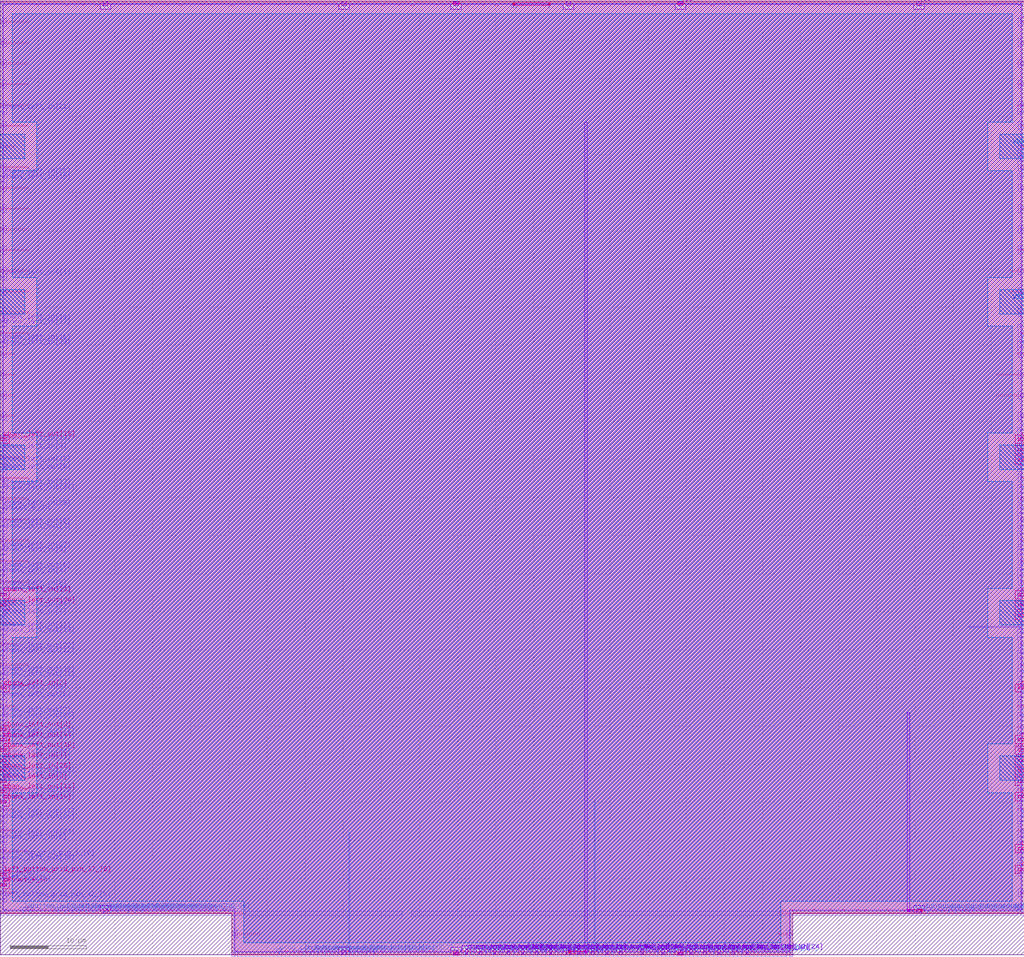
<source format=lef>
VERSION 5.7 ;
BUSBITCHARS "[]" ;

UNITS
  DATABASE MICRONS 1000 ;
END UNITS

MANUFACTURINGGRID 0.005 ;

LAYER li1
  TYPE ROUTING ;
  DIRECTION VERTICAL ;
  PITCH 0.46 ;
  WIDTH 0.17 ;
END li1

LAYER mcon
  TYPE CUT ;
END mcon

LAYER met1
  TYPE ROUTING ;
  DIRECTION HORIZONTAL ;
  PITCH 0.34 ;
  WIDTH 0.14 ;
END met1

LAYER via
  TYPE CUT ;
END via

LAYER met2
  TYPE ROUTING ;
  DIRECTION VERTICAL ;
  PITCH 0.46 ;
  WIDTH 0.14 ;
END met2

LAYER via2
  TYPE CUT ;
END via2

LAYER met3
  TYPE ROUTING ;
  DIRECTION HORIZONTAL ;
  PITCH 0.68 ;
  WIDTH 0.3 ;
END met3

LAYER via3
  TYPE CUT ;
END via3

LAYER met4
  TYPE ROUTING ;
  DIRECTION VERTICAL ;
  PITCH 0.92 ;
  WIDTH 0.3 ;
END met4

LAYER via4
  TYPE CUT ;
END via4

LAYER met5
  TYPE ROUTING ;
  DIRECTION HORIZONTAL ;
  PITCH 3.4 ;
  WIDTH 1.6 ;
END met5

LAYER nwell
  TYPE MASTERSLICE ;
END nwell

LAYER pwell
  TYPE MASTERSLICE ;
END pwell

LAYER OVERLAP
  TYPE OVERLAP ;
END OVERLAP

VIA L1M1_PR
  LAYER li1 ;
    RECT -0.085 -0.085 0.085 0.085 ;
  LAYER mcon ;
    RECT -0.085 -0.085 0.085 0.085 ;
  LAYER met1 ;
    RECT -0.145 -0.115 0.145 0.115 ;
END L1M1_PR

VIA L1M1_PR_R
  LAYER li1 ;
    RECT -0.085 -0.085 0.085 0.085 ;
  LAYER mcon ;
    RECT -0.085 -0.085 0.085 0.085 ;
  LAYER met1 ;
    RECT -0.115 -0.145 0.115 0.145 ;
END L1M1_PR_R

VIA L1M1_PR_M
  LAYER li1 ;
    RECT -0.085 -0.085 0.085 0.085 ;
  LAYER mcon ;
    RECT -0.085 -0.085 0.085 0.085 ;
  LAYER met1 ;
    RECT -0.115 -0.145 0.115 0.145 ;
END L1M1_PR_M

VIA L1M1_PR_MR
  LAYER li1 ;
    RECT -0.085 -0.085 0.085 0.085 ;
  LAYER mcon ;
    RECT -0.085 -0.085 0.085 0.085 ;
  LAYER met1 ;
    RECT -0.145 -0.115 0.145 0.115 ;
END L1M1_PR_MR

VIA L1M1_PR_C
  LAYER li1 ;
    RECT -0.085 -0.085 0.085 0.085 ;
  LAYER mcon ;
    RECT -0.085 -0.085 0.085 0.085 ;
  LAYER met1 ;
    RECT -0.145 -0.145 0.145 0.145 ;
END L1M1_PR_C

VIA M1M2_PR
  LAYER met1 ;
    RECT -0.16 -0.13 0.16 0.13 ;
  LAYER via ;
    RECT -0.075 -0.075 0.075 0.075 ;
  LAYER met2 ;
    RECT -0.13 -0.16 0.13 0.16 ;
END M1M2_PR

VIA M1M2_PR_Enc
  LAYER met1 ;
    RECT -0.16 -0.13 0.16 0.13 ;
  LAYER via ;
    RECT -0.075 -0.075 0.075 0.075 ;
  LAYER met2 ;
    RECT -0.16 -0.13 0.16 0.13 ;
END M1M2_PR_Enc

VIA M1M2_PR_R
  LAYER met1 ;
    RECT -0.13 -0.16 0.13 0.16 ;
  LAYER via ;
    RECT -0.075 -0.075 0.075 0.075 ;
  LAYER met2 ;
    RECT -0.16 -0.13 0.16 0.13 ;
END M1M2_PR_R

VIA M1M2_PR_R_Enc
  LAYER met1 ;
    RECT -0.13 -0.16 0.13 0.16 ;
  LAYER via ;
    RECT -0.075 -0.075 0.075 0.075 ;
  LAYER met2 ;
    RECT -0.13 -0.16 0.13 0.16 ;
END M1M2_PR_R_Enc

VIA M1M2_PR_M
  LAYER met1 ;
    RECT -0.16 -0.13 0.16 0.13 ;
  LAYER via ;
    RECT -0.075 -0.075 0.075 0.075 ;
  LAYER met2 ;
    RECT -0.16 -0.13 0.16 0.13 ;
END M1M2_PR_M

VIA M1M2_PR_M_Enc
  LAYER met1 ;
    RECT -0.16 -0.13 0.16 0.13 ;
  LAYER via ;
    RECT -0.075 -0.075 0.075 0.075 ;
  LAYER met2 ;
    RECT -0.13 -0.16 0.13 0.16 ;
END M1M2_PR_M_Enc

VIA M1M2_PR_MR
  LAYER met1 ;
    RECT -0.13 -0.16 0.13 0.16 ;
  LAYER via ;
    RECT -0.075 -0.075 0.075 0.075 ;
  LAYER met2 ;
    RECT -0.13 -0.16 0.13 0.16 ;
END M1M2_PR_MR

VIA M1M2_PR_MR_Enc
  LAYER met1 ;
    RECT -0.13 -0.16 0.13 0.16 ;
  LAYER via ;
    RECT -0.075 -0.075 0.075 0.075 ;
  LAYER met2 ;
    RECT -0.16 -0.13 0.16 0.13 ;
END M1M2_PR_MR_Enc

VIA M1M2_PR_C
  LAYER met1 ;
    RECT -0.16 -0.16 0.16 0.16 ;
  LAYER via ;
    RECT -0.075 -0.075 0.075 0.075 ;
  LAYER met2 ;
    RECT -0.16 -0.16 0.16 0.16 ;
END M1M2_PR_C

VIA M2M3_PR
  LAYER met2 ;
    RECT -0.14 -0.185 0.14 0.185 ;
  LAYER via2 ;
    RECT -0.1 -0.1 0.1 0.1 ;
  LAYER met3 ;
    RECT -0.165 -0.165 0.165 0.165 ;
END M2M3_PR

VIA M2M3_PR_R
  LAYER met2 ;
    RECT -0.185 -0.14 0.185 0.14 ;
  LAYER via2 ;
    RECT -0.1 -0.1 0.1 0.1 ;
  LAYER met3 ;
    RECT -0.165 -0.165 0.165 0.165 ;
END M2M3_PR_R

VIA M2M3_PR_M
  LAYER met2 ;
    RECT -0.14 -0.185 0.14 0.185 ;
  LAYER via2 ;
    RECT -0.1 -0.1 0.1 0.1 ;
  LAYER met3 ;
    RECT -0.165 -0.165 0.165 0.165 ;
END M2M3_PR_M

VIA M2M3_PR_MR
  LAYER met2 ;
    RECT -0.185 -0.14 0.185 0.14 ;
  LAYER via2 ;
    RECT -0.1 -0.1 0.1 0.1 ;
  LAYER met3 ;
    RECT -0.165 -0.165 0.165 0.165 ;
END M2M3_PR_MR

VIA M2M3_PR_C
  LAYER met2 ;
    RECT -0.185 -0.185 0.185 0.185 ;
  LAYER via2 ;
    RECT -0.1 -0.1 0.1 0.1 ;
  LAYER met3 ;
    RECT -0.165 -0.165 0.165 0.165 ;
END M2M3_PR_C

VIA M3M4_PR
  LAYER met3 ;
    RECT -0.19 -0.16 0.19 0.16 ;
  LAYER via3 ;
    RECT -0.1 -0.1 0.1 0.1 ;
  LAYER met4 ;
    RECT -0.165 -0.165 0.165 0.165 ;
END M3M4_PR

VIA M3M4_PR_R
  LAYER met3 ;
    RECT -0.16 -0.19 0.16 0.19 ;
  LAYER via3 ;
    RECT -0.1 -0.1 0.1 0.1 ;
  LAYER met4 ;
    RECT -0.165 -0.165 0.165 0.165 ;
END M3M4_PR_R

VIA M3M4_PR_M
  LAYER met3 ;
    RECT -0.19 -0.16 0.19 0.16 ;
  LAYER via3 ;
    RECT -0.1 -0.1 0.1 0.1 ;
  LAYER met4 ;
    RECT -0.165 -0.165 0.165 0.165 ;
END M3M4_PR_M

VIA M3M4_PR_MR
  LAYER met3 ;
    RECT -0.16 -0.19 0.16 0.19 ;
  LAYER via3 ;
    RECT -0.1 -0.1 0.1 0.1 ;
  LAYER met4 ;
    RECT -0.165 -0.165 0.165 0.165 ;
END M3M4_PR_MR

VIA M3M4_PR_C
  LAYER met3 ;
    RECT -0.19 -0.19 0.19 0.19 ;
  LAYER via3 ;
    RECT -0.1 -0.1 0.1 0.1 ;
  LAYER met4 ;
    RECT -0.165 -0.165 0.165 0.165 ;
END M3M4_PR_C

VIA M4M5_PR
  LAYER met4 ;
    RECT -0.59 -0.59 0.59 0.59 ;
  LAYER via4 ;
    RECT -0.4 -0.4 0.4 0.4 ;
  LAYER met5 ;
    RECT -0.71 -0.71 0.71 0.71 ;
END M4M5_PR

VIA M4M5_PR_R
  LAYER met4 ;
    RECT -0.59 -0.59 0.59 0.59 ;
  LAYER via4 ;
    RECT -0.4 -0.4 0.4 0.4 ;
  LAYER met5 ;
    RECT -0.71 -0.71 0.71 0.71 ;
END M4M5_PR_R

VIA M4M5_PR_M
  LAYER met4 ;
    RECT -0.59 -0.59 0.59 0.59 ;
  LAYER via4 ;
    RECT -0.4 -0.4 0.4 0.4 ;
  LAYER met5 ;
    RECT -0.71 -0.71 0.71 0.71 ;
END M4M5_PR_M

VIA M4M5_PR_MR
  LAYER met4 ;
    RECT -0.59 -0.59 0.59 0.59 ;
  LAYER via4 ;
    RECT -0.4 -0.4 0.4 0.4 ;
  LAYER met5 ;
    RECT -0.71 -0.71 0.71 0.71 ;
END M4M5_PR_MR

VIA M4M5_PR_C
  LAYER met4 ;
    RECT -0.59 -0.59 0.59 0.59 ;
  LAYER via4 ;
    RECT -0.4 -0.4 0.4 0.4 ;
  LAYER met5 ;
    RECT -0.71 -0.71 0.71 0.71 ;
END M4M5_PR_C

SITE unit
  CLASS CORE ;
  SYMMETRY Y ;
  SIZE 0.46 BY 2.72 ;
END unit

SITE unithddbl
  CLASS CORE ;
  SIZE 0.46 BY 5.44 ;
END unithddbl

MACRO sb_1__2_
  CLASS BLOCK ;
  ORIGIN 0 0 ;
  SIZE 134.32 BY 125.12 ;
  SYMMETRY X Y ;
  PIN pReset[0]
    DIRECTION INPUT ;
    USE SIGNAL ;
    PORT
      LAYER met2 ;
        RECT 67.32 124.635 67.46 125.12 ;
    END
  END pReset[0]
  PIN chanx_right_in[0]
    DIRECTION INPUT ;
    USE SIGNAL ;
    PORT
      LAYER met3 ;
        RECT 133.52 28.07 134.32 28.37 ;
    END
  END chanx_right_in[0]
  PIN chanx_right_in[1]
    DIRECTION INPUT ;
    USE SIGNAL ;
    PORT
      LAYER met1 ;
        RECT 133.725 110.6 134.32 110.74 ;
    END
  END chanx_right_in[1]
  PIN chanx_right_in[2]
    DIRECTION INPUT ;
    USE SIGNAL ;
    PORT
      LAYER met3 ;
        RECT 133.52 44.39 134.32 44.69 ;
    END
  END chanx_right_in[2]
  PIN chanx_right_in[3]
    DIRECTION INPUT ;
    USE SIGNAL ;
    PORT
      LAYER met1 ;
        RECT 133.725 66.74 134.32 66.88 ;
    END
  END chanx_right_in[3]
  PIN chanx_right_in[4]
    DIRECTION INPUT ;
    USE SIGNAL ;
    PORT
      LAYER met1 ;
        RECT 133.725 25.26 134.32 25.4 ;
    END
  END chanx_right_in[4]
  PIN chanx_right_in[5]
    DIRECTION INPUT ;
    USE SIGNAL ;
    PORT
      LAYER met1 ;
        RECT 133.725 82.38 134.32 82.52 ;
    END
  END chanx_right_in[5]
  PIN chanx_right_in[6]
    DIRECTION INPUT ;
    USE SIGNAL ;
    PORT
      LAYER met3 ;
        RECT 133.52 26.71 134.32 27.01 ;
    END
  END chanx_right_in[6]
  PIN chanx_right_in[7]
    DIRECTION INPUT ;
    USE SIGNAL ;
    PORT
      LAYER met3 ;
        RECT 133.52 23.99 134.32 24.29 ;
    END
  END chanx_right_in[7]
  PIN chanx_right_in[8]
    DIRECTION INPUT ;
    USE SIGNAL ;
    PORT
      LAYER met3 ;
        RECT 133.52 47.11 134.32 47.41 ;
    END
  END chanx_right_in[8]
  PIN chanx_right_in[9]
    DIRECTION INPUT ;
    USE SIGNAL ;
    PORT
      LAYER met1 ;
        RECT 133.725 68.78 134.32 68.92 ;
    END
  END chanx_right_in[9]
  PIN chanx_right_in[10]
    DIRECTION INPUT ;
    USE SIGNAL ;
    PORT
      LAYER met1 ;
        RECT 133.725 60.62 134.32 60.76 ;
    END
  END chanx_right_in[10]
  PIN chanx_right_in[11]
    DIRECTION INPUT ;
    USE SIGNAL ;
    PORT
      LAYER met1 ;
        RECT 133.725 23.56 134.32 23.7 ;
    END
  END chanx_right_in[11]
  PIN chanx_right_in[12]
    DIRECTION INPUT ;
    USE SIGNAL ;
    PORT
      LAYER met1 ;
        RECT 133.725 47.02 134.32 47.16 ;
    END
  END chanx_right_in[12]
  PIN chanx_right_in[13]
    DIRECTION INPUT ;
    USE SIGNAL ;
    PORT
      LAYER met1 ;
        RECT 133.725 58.58 134.32 58.72 ;
    END
  END chanx_right_in[13]
  PIN chanx_right_in[14]
    DIRECTION INPUT ;
    USE SIGNAL ;
    PORT
      LAYER met1 ;
        RECT 133.725 15.4 134.32 15.54 ;
    END
  END chanx_right_in[14]
  PIN chanx_right_in[15]
    DIRECTION INPUT ;
    USE SIGNAL ;
    PORT
      LAYER met3 ;
        RECT 133.52 34.87 134.32 35.17 ;
    END
  END chanx_right_in[15]
  PIN chanx_right_in[16]
    DIRECTION INPUT ;
    USE SIGNAL ;
    PORT
      LAYER met3 ;
        RECT 133.52 45.75 134.32 46.05 ;
    END
  END chanx_right_in[16]
  PIN chanx_right_in[17]
    DIRECTION INPUT ;
    USE SIGNAL ;
    PORT
      LAYER met1 ;
        RECT 133.725 20.84 134.32 20.98 ;
    END
  END chanx_right_in[17]
  PIN chanx_right_in[18]
    DIRECTION INPUT ;
    USE SIGNAL ;
    PORT
      LAYER met1 ;
        RECT 133.725 49.74 134.32 49.88 ;
    END
  END chanx_right_in[18]
  PIN chanx_right_in[19]
    DIRECTION INPUT ;
    USE SIGNAL ;
    PORT
      LAYER met1 ;
        RECT 133.725 61.3 134.32 61.44 ;
    END
  END chanx_right_in[19]
  PIN chanx_right_in[20]
    DIRECTION INPUT ;
    USE SIGNAL ;
    PORT
      LAYER met1 ;
        RECT 133.725 104.82 134.32 104.96 ;
    END
  END chanx_right_in[20]
  PIN chanx_right_in[21]
    DIRECTION INPUT ;
    USE SIGNAL ;
    PORT
      LAYER met1 ;
        RECT 133.725 47.7 134.32 47.84 ;
    END
  END chanx_right_in[21]
  PIN chanx_right_in[22]
    DIRECTION INPUT ;
    USE SIGNAL ;
    PORT
      LAYER met1 ;
        RECT 133.725 14.72 134.32 14.86 ;
    END
  END chanx_right_in[22]
  PIN chanx_right_in[23]
    DIRECTION INPUT ;
    USE SIGNAL ;
    PORT
      LAYER met1 ;
        RECT 133.725 64.36 134.32 64.5 ;
    END
  END chanx_right_in[23]
  PIN chanx_right_in[24]
    DIRECTION INPUT ;
    USE SIGNAL ;
    PORT
      LAYER met1 ;
        RECT 133.725 63.68 134.32 63.82 ;
    END
  END chanx_right_in[24]
  PIN chanx_right_in[25]
    DIRECTION INPUT ;
    USE SIGNAL ;
    PORT
      LAYER met1 ;
        RECT 133.725 55.18 134.32 55.32 ;
    END
  END chanx_right_in[25]
  PIN chanx_right_in[26]
    DIRECTION INPUT ;
    USE SIGNAL ;
    PORT
      LAYER met1 ;
        RECT 133.725 25.94 134.32 26.08 ;
    END
  END chanx_right_in[26]
  PIN chanx_right_in[27]
    DIRECTION INPUT ;
    USE SIGNAL ;
    PORT
      LAYER met1 ;
        RECT 133.725 102.1 134.32 102.24 ;
    END
  END chanx_right_in[27]
  PIN chanx_right_in[28]
    DIRECTION INPUT ;
    USE SIGNAL ;
    PORT
      LAYER met3 ;
        RECT 133.52 22.63 134.32 22.93 ;
    END
  END chanx_right_in[28]
  PIN chanx_right_in[29]
    DIRECTION INPUT ;
    USE SIGNAL ;
    PORT
      LAYER met1 ;
        RECT 133.725 104.14 134.32 104.28 ;
    END
  END chanx_right_in[29]
  PIN right_top_grid_pin_1_[0]
    DIRECTION INPUT ;
    USE SIGNAL ;
    PORT
      LAYER met3 ;
        RECT 133.52 66.15 134.32 66.45 ;
    END
  END right_top_grid_pin_1_[0]
  PIN right_bottom_grid_pin_36_[0]
    DIRECTION INPUT ;
    USE SIGNAL ;
    PORT
      LAYER met2 ;
        RECT 124.36 5.44 124.5 5.925 ;
    END
  END right_bottom_grid_pin_36_[0]
  PIN right_bottom_grid_pin_37_[0]
    DIRECTION INPUT ;
    USE SIGNAL ;
    PORT
      LAYER met2 ;
        RECT 127.12 5.44 127.26 5.925 ;
    END
  END right_bottom_grid_pin_37_[0]
  PIN right_bottom_grid_pin_38_[0]
    DIRECTION INPUT ;
    USE SIGNAL ;
    PORT
      LAYER met2 ;
        RECT 126.2 5.44 126.34 5.925 ;
    END
  END right_bottom_grid_pin_38_[0]
  PIN right_bottom_grid_pin_39_[0]
    DIRECTION INPUT ;
    USE SIGNAL ;
    PORT
      LAYER met2 ;
        RECT 125.28 5.44 125.42 5.925 ;
    END
  END right_bottom_grid_pin_39_[0]
  PIN right_bottom_grid_pin_40_[0]
    DIRECTION INPUT ;
    USE SIGNAL ;
    PORT
      LAYER met2 ;
        RECT 119.76 5.44 119.9 5.925 ;
    END
  END right_bottom_grid_pin_40_[0]
  PIN right_bottom_grid_pin_41_[0]
    DIRECTION INPUT ;
    USE SIGNAL ;
    PORT
      LAYER met2 ;
        RECT 120.68 5.44 120.82 5.925 ;
    END
  END right_bottom_grid_pin_41_[0]
  PIN right_bottom_grid_pin_42_[0]
    DIRECTION INPUT ;
    USE SIGNAL ;
    PORT
      LAYER met2 ;
        RECT 123.44 5.44 123.58 5.925 ;
    END
  END right_bottom_grid_pin_42_[0]
  PIN right_bottom_grid_pin_43_[0]
    DIRECTION INPUT ;
    USE SIGNAL ;
    PORT
      LAYER met2 ;
        RECT 121.6 5.44 121.74 5.925 ;
    END
  END right_bottom_grid_pin_43_[0]
  PIN chany_bottom_in[0]
    DIRECTION INPUT ;
    USE SIGNAL ;
    PORT
      LAYER met4 ;
        RECT 70.23 0 70.53 0.8 ;
    END
  END chany_bottom_in[0]
  PIN chany_bottom_in[1]
    DIRECTION INPUT ;
    USE SIGNAL ;
    PORT
      LAYER met4 ;
        RECT 90.47 0 90.77 0.8 ;
    END
  END chany_bottom_in[1]
  PIN chany_bottom_in[2]
    DIRECTION INPUT ;
    USE SIGNAL ;
    PORT
      LAYER met4 ;
        RECT 66.55 0 66.85 0.8 ;
    END
  END chany_bottom_in[2]
  PIN chany_bottom_in[3]
    DIRECTION INPUT ;
    USE SIGNAL ;
    PORT
      LAYER met4 ;
        RECT 92.31 0 92.61 0.8 ;
    END
  END chany_bottom_in[3]
  PIN chany_bottom_in[4]
    DIRECTION INPUT ;
    USE SIGNAL ;
    PORT
      LAYER met4 ;
        RECT 86.79 0 87.09 0.8 ;
    END
  END chany_bottom_in[4]
  PIN chany_bottom_in[5]
    DIRECTION INPUT ;
    USE SIGNAL ;
    PORT
      LAYER met4 ;
        RECT 62.87 0 63.17 0.8 ;
    END
  END chany_bottom_in[5]
  PIN chany_bottom_in[6]
    DIRECTION INPUT ;
    USE SIGNAL ;
    PORT
      LAYER met4 ;
        RECT 84.03 0 84.33 0.8 ;
    END
  END chany_bottom_in[6]
  PIN chany_bottom_in[7]
    DIRECTION INPUT ;
    USE SIGNAL ;
    PORT
      LAYER met2 ;
        RECT 39.72 0 39.86 0.485 ;
    END
  END chany_bottom_in[7]
  PIN chany_bottom_in[8]
    DIRECTION INPUT ;
    USE SIGNAL ;
    PORT
      LAYER met2 ;
        RECT 92.62 0 92.76 0.485 ;
    END
  END chany_bottom_in[8]
  PIN chany_bottom_in[9]
    DIRECTION INPUT ;
    USE SIGNAL ;
    PORT
      LAYER met2 ;
        RECT 75.6 0 75.74 0.485 ;
    END
  END chany_bottom_in[9]
  PIN chany_bottom_in[10]
    DIRECTION INPUT ;
    USE SIGNAL ;
    PORT
      LAYER met4 ;
        RECT 75.75 0 76.05 0.8 ;
    END
  END chany_bottom_in[10]
  PIN chany_bottom_in[11]
    DIRECTION INPUT ;
    USE SIGNAL ;
    PORT
      LAYER met4 ;
        RECT 72.07 0 72.37 0.8 ;
    END
  END chany_bottom_in[11]
  PIN chany_bottom_in[12]
    DIRECTION INPUT ;
    USE SIGNAL ;
    PORT
      LAYER met4 ;
        RECT 95.99 0 96.29 0.8 ;
    END
  END chany_bottom_in[12]
  PIN chany_bottom_in[13]
    DIRECTION INPUT ;
    USE SIGNAL ;
    PORT
      LAYER met2 ;
        RECT 97.22 0 97.36 0.485 ;
    END
  END chany_bottom_in[13]
  PIN chany_bottom_in[14]
    DIRECTION INPUT ;
    USE SIGNAL ;
    PORT
      LAYER met2 ;
        RECT 94.46 0 94.6 0.485 ;
    END
  END chany_bottom_in[14]
  PIN chany_bottom_in[15]
    DIRECTION INPUT ;
    USE SIGNAL ;
    PORT
      LAYER met2 ;
        RECT 76.52 0 76.66 0.485 ;
    END
  END chany_bottom_in[15]
  PIN chany_bottom_in[16]
    DIRECTION INPUT ;
    USE SIGNAL ;
    PORT
      LAYER met4 ;
        RECT 64.71 0 65.01 0.8 ;
    END
  END chany_bottom_in[16]
  PIN chany_bottom_in[17]
    DIRECTION INPUT ;
    USE SIGNAL ;
    PORT
      LAYER met4 ;
        RECT 61.03 0 61.33 0.8 ;
    END
  END chany_bottom_in[17]
  PIN chany_bottom_in[18]
    DIRECTION INPUT ;
    USE SIGNAL ;
    PORT
      LAYER met4 ;
        RECT 94.15 0 94.45 0.8 ;
    END
  END chany_bottom_in[18]
  PIN chany_bottom_in[19]
    DIRECTION INPUT ;
    USE SIGNAL ;
    PORT
      LAYER met4 ;
        RECT 81.27 0 81.57 0.8 ;
    END
  END chany_bottom_in[19]
  PIN chany_bottom_in[20]
    DIRECTION INPUT ;
    USE SIGNAL ;
    PORT
      LAYER met2 ;
        RECT 96.3 0 96.44 0.485 ;
    END
  END chany_bottom_in[20]
  PIN chany_bottom_in[21]
    DIRECTION INPUT ;
    USE SIGNAL ;
    PORT
      LAYER met2 ;
        RECT 95.38 0 95.52 0.485 ;
    END
  END chany_bottom_in[21]
  PIN chany_bottom_in[22]
    DIRECTION INPUT ;
    USE SIGNAL ;
    PORT
      LAYER met2 ;
        RECT 40.64 0 40.78 0.485 ;
    END
  END chany_bottom_in[22]
  PIN chany_bottom_in[23]
    DIRECTION INPUT ;
    USE SIGNAL ;
    PORT
      LAYER met2 ;
        RECT 74.68 0 74.82 0.485 ;
    END
  END chany_bottom_in[23]
  PIN chany_bottom_in[24]
    DIRECTION INPUT ;
    USE SIGNAL ;
    PORT
      LAYER met4 ;
        RECT 97.83 0 98.13 0.8 ;
    END
  END chany_bottom_in[24]
  PIN chany_bottom_in[25]
    DIRECTION INPUT ;
    USE SIGNAL ;
    PORT
      LAYER met2 ;
        RECT 80.2 0 80.34 0.485 ;
    END
  END chany_bottom_in[25]
  PIN chany_bottom_in[26]
    DIRECTION INPUT ;
    USE SIGNAL ;
    PORT
      LAYER met4 ;
        RECT 68.39 0 68.69 0.8 ;
    END
  END chany_bottom_in[26]
  PIN chany_bottom_in[27]
    DIRECTION INPUT ;
    USE SIGNAL ;
    PORT
      LAYER met2 ;
        RECT 90.78 0 90.92 0.485 ;
    END
  END chany_bottom_in[27]
  PIN chany_bottom_in[28]
    DIRECTION INPUT ;
    USE SIGNAL ;
    PORT
      LAYER met4 ;
        RECT 77.59 0 77.89 0.8 ;
    END
  END chany_bottom_in[28]
  PIN chany_bottom_in[29]
    DIRECTION INPUT ;
    USE SIGNAL ;
    PORT
      LAYER met4 ;
        RECT 79.43 0 79.73 0.8 ;
    END
  END chany_bottom_in[29]
  PIN bottom_left_grid_pin_44_[0]
    DIRECTION INPUT ;
    USE SIGNAL ;
    PORT
      LAYER met2 ;
        RECT 16.72 5.44 16.86 5.925 ;
    END
  END bottom_left_grid_pin_44_[0]
  PIN bottom_left_grid_pin_45_[0]
    DIRECTION INPUT ;
    USE SIGNAL ;
    PORT
      LAYER met2 ;
        RECT 3.84 5.44 3.98 5.925 ;
    END
  END bottom_left_grid_pin_45_[0]
  PIN bottom_left_grid_pin_46_[0]
    DIRECTION INPUT ;
    USE SIGNAL ;
    PORT
      LAYER met2 ;
        RECT 18.56 5.44 18.7 5.925 ;
    END
  END bottom_left_grid_pin_46_[0]
  PIN bottom_left_grid_pin_47_[0]
    DIRECTION INPUT ;
    USE SIGNAL ;
    PORT
      LAYER met2 ;
        RECT 17.64 5.44 17.78 5.925 ;
    END
  END bottom_left_grid_pin_47_[0]
  PIN bottom_left_grid_pin_48_[0]
    DIRECTION INPUT ;
    USE SIGNAL ;
    PORT
      LAYER met2 ;
        RECT 10.28 5.44 10.42 5.925 ;
    END
  END bottom_left_grid_pin_48_[0]
  PIN bottom_left_grid_pin_49_[0]
    DIRECTION INPUT ;
    USE SIGNAL ;
    PORT
      LAYER met2 ;
        RECT 13.5 5.44 13.64 5.925 ;
    END
  END bottom_left_grid_pin_49_[0]
  PIN bottom_left_grid_pin_50_[0]
    DIRECTION INPUT ;
    USE SIGNAL ;
    PORT
      LAYER met2 ;
        RECT 15.34 5.44 15.48 5.925 ;
    END
  END bottom_left_grid_pin_50_[0]
  PIN bottom_left_grid_pin_51_[0]
    DIRECTION INPUT ;
    USE SIGNAL ;
    PORT
      LAYER met2 ;
        RECT 14.42 5.44 14.56 5.925 ;
    END
  END bottom_left_grid_pin_51_[0]
  PIN chanx_left_in[0]
    DIRECTION INPUT ;
    USE SIGNAL ;
    PORT
      LAYER met1 ;
        RECT 0 48.04 0.595 48.18 ;
    END
  END chanx_left_in[0]
  PIN chanx_left_in[1]
    DIRECTION INPUT ;
    USE SIGNAL ;
    PORT
      LAYER met3 ;
        RECT 0 25.35 0.8 25.65 ;
    END
  END chanx_left_in[1]
  PIN chanx_left_in[2]
    DIRECTION INPUT ;
    USE SIGNAL ;
    PORT
      LAYER met3 ;
        RECT 0 22.63 0.8 22.93 ;
    END
  END chanx_left_in[2]
  PIN chanx_left_in[3]
    DIRECTION INPUT ;
    USE SIGNAL ;
    PORT
      LAYER met3 ;
        RECT 0 34.87 0.8 35.17 ;
    END
  END chanx_left_in[3]
  PIN chanx_left_in[4]
    DIRECTION INPUT ;
    USE SIGNAL ;
    PORT
      LAYER met1 ;
        RECT 0 49.74 0.595 49.88 ;
    END
  END chanx_left_in[4]
  PIN chanx_left_in[5]
    DIRECTION INPUT ;
    USE SIGNAL ;
    PORT
      LAYER met1 ;
        RECT 0 52.46 0.595 52.6 ;
    END
  END chanx_left_in[5]
  PIN chanx_left_in[6]
    DIRECTION INPUT ;
    USE SIGNAL ;
    PORT
      LAYER met1 ;
        RECT 0 14.72 0.595 14.86 ;
    END
  END chanx_left_in[6]
  PIN chanx_left_in[7]
    DIRECTION INPUT ;
    USE SIGNAL ;
    PORT
      LAYER met1 ;
        RECT 0 44.3 0.595 44.44 ;
    END
  END chanx_left_in[7]
  PIN chanx_left_in[8]
    DIRECTION INPUT ;
    USE SIGNAL ;
    PORT
      LAYER met1 ;
        RECT 0 66.06 0.595 66.2 ;
    END
  END chanx_left_in[8]
  PIN chanx_left_in[9]
    DIRECTION INPUT ;
    USE SIGNAL ;
    PORT
      LAYER met1 ;
        RECT 0 34.44 0.595 34.58 ;
    END
  END chanx_left_in[9]
  PIN chanx_left_in[10]
    DIRECTION INPUT ;
    USE SIGNAL ;
    PORT
      LAYER met3 ;
        RECT 0 19.91 0.8 20.21 ;
    END
  END chanx_left_in[10]
  PIN chanx_left_in[11]
    DIRECTION INPUT ;
    USE SIGNAL ;
    PORT
      LAYER met1 ;
        RECT 0 42.6 0.595 42.74 ;
    END
  END chanx_left_in[11]
  PIN chanx_left_in[12]
    DIRECTION INPUT ;
    USE SIGNAL ;
    PORT
      LAYER met1 ;
        RECT 0 64.36 0.595 64.5 ;
    END
  END chanx_left_in[12]
  PIN chanx_left_in[13]
    DIRECTION INPUT ;
    USE SIGNAL ;
    PORT
      LAYER met1 ;
        RECT 0 61.3 0.595 61.44 ;
    END
  END chanx_left_in[13]
  PIN chanx_left_in[14]
    DIRECTION INPUT ;
    USE SIGNAL ;
    PORT
      LAYER met1 ;
        RECT 0 83.06 0.595 83.2 ;
    END
  END chanx_left_in[14]
  PIN chanx_left_in[15]
    DIRECTION INPUT ;
    USE SIGNAL ;
    PORT
      LAYER met1 ;
        RECT 0 101.42 0.595 101.56 ;
    END
  END chanx_left_in[15]
  PIN chanx_left_in[16]
    DIRECTION INPUT ;
    USE SIGNAL ;
    PORT
      LAYER met1 ;
        RECT 0 80.34 0.595 80.48 ;
    END
  END chanx_left_in[16]
  PIN chanx_left_in[17]
    DIRECTION INPUT ;
    USE SIGNAL ;
    PORT
      LAYER met1 ;
        RECT 0 82.38 0.595 82.52 ;
    END
  END chanx_left_in[17]
  PIN chanx_left_in[18]
    DIRECTION INPUT ;
    USE SIGNAL ;
    PORT
      LAYER met1 ;
        RECT 0 67.08 0.595 67.22 ;
    END
  END chanx_left_in[18]
  PIN chanx_left_in[19]
    DIRECTION INPUT ;
    USE SIGNAL ;
    PORT
      LAYER met1 ;
        RECT 0 25.26 0.595 25.4 ;
    END
  END chanx_left_in[19]
  PIN chanx_left_in[20]
    DIRECTION INPUT ;
    USE SIGNAL ;
    PORT
      LAYER met1 ;
        RECT 0 25.94 0.595 26.08 ;
    END
  END chanx_left_in[20]
  PIN chanx_left_in[21]
    DIRECTION INPUT ;
    USE SIGNAL ;
    PORT
      LAYER met1 ;
        RECT 0 110.6 0.595 110.74 ;
    END
  END chanx_left_in[21]
  PIN chanx_left_in[22]
    DIRECTION INPUT ;
    USE SIGNAL ;
    PORT
      LAYER met1 ;
        RECT 0 22.88 0.595 23.02 ;
    END
  END chanx_left_in[22]
  PIN chanx_left_in[23]
    DIRECTION INPUT ;
    USE SIGNAL ;
    PORT
      LAYER met3 ;
        RECT 0 47.11 0.8 47.41 ;
    END
  END chanx_left_in[23]
  PIN chanx_left_in[24]
    DIRECTION INPUT ;
    USE SIGNAL ;
    PORT
      LAYER met1 ;
        RECT 0 45.32 0.595 45.46 ;
    END
  END chanx_left_in[24]
  PIN chanx_left_in[25]
    DIRECTION INPUT ;
    USE SIGNAL ;
    PORT
      LAYER met1 ;
        RECT 0 102.1 0.595 102.24 ;
    END
  END chanx_left_in[25]
  PIN chanx_left_in[26]
    DIRECTION INPUT ;
    USE SIGNAL ;
    PORT
      LAYER met3 ;
        RECT 0 23.99 0.8 24.29 ;
    END
  END chanx_left_in[26]
  PIN chanx_left_in[27]
    DIRECTION INPUT ;
    USE SIGNAL ;
    PORT
      LAYER met1 ;
        RECT 0 53.14 0.595 53.28 ;
    END
  END chanx_left_in[27]
  PIN chanx_left_in[28]
    DIRECTION INPUT ;
    USE SIGNAL ;
    PORT
      LAYER met1 ;
        RECT 0 79.66 0.595 79.8 ;
    END
  END chanx_left_in[28]
  PIN chanx_left_in[29]
    DIRECTION INPUT ;
    USE SIGNAL ;
    PORT
      LAYER met1 ;
        RECT 0 58.58 0.595 58.72 ;
    END
  END chanx_left_in[29]
  PIN left_top_grid_pin_1_[0]
    DIRECTION INPUT ;
    USE SIGNAL ;
    PORT
      LAYER met1 ;
        RECT 0 12.68 0.595 12.82 ;
    END
  END left_top_grid_pin_1_[0]
  PIN left_bottom_grid_pin_36_[0]
    DIRECTION INPUT ;
    USE SIGNAL ;
    PORT
      LAYER met2 ;
        RECT 12.12 5.44 12.26 5.925 ;
    END
  END left_bottom_grid_pin_36_[0]
  PIN left_bottom_grid_pin_37_[0]
    DIRECTION INPUT ;
    USE SIGNAL ;
    PORT
      LAYER met3 ;
        RECT 0 10.39 0.8 10.69 ;
    END
  END left_bottom_grid_pin_37_[0]
  PIN left_bottom_grid_pin_38_[0]
    DIRECTION INPUT ;
    USE SIGNAL ;
    PORT
      LAYER met2 ;
        RECT 9.36 5.44 9.5 5.925 ;
    END
  END left_bottom_grid_pin_38_[0]
  PIN left_bottom_grid_pin_39_[0]
    DIRECTION INPUT ;
    USE SIGNAL ;
    PORT
      LAYER met2 ;
        RECT 8.44 5.44 8.58 5.925 ;
    END
  END left_bottom_grid_pin_39_[0]
  PIN left_bottom_grid_pin_40_[0]
    DIRECTION INPUT ;
    USE SIGNAL ;
    PORT
      LAYER met2 ;
        RECT 7.52 5.44 7.66 5.925 ;
    END
  END left_bottom_grid_pin_40_[0]
  PIN left_bottom_grid_pin_41_[0]
    DIRECTION INPUT ;
    USE SIGNAL ;
    PORT
      LAYER met2 ;
        RECT 2.92 5.44 3.06 5.925 ;
    END
  END left_bottom_grid_pin_41_[0]
  PIN left_bottom_grid_pin_42_[0]
    DIRECTION INPUT ;
    USE SIGNAL ;
    PORT
      LAYER met2 ;
        RECT 11.2 5.44 11.34 5.925 ;
    END
  END left_bottom_grid_pin_42_[0]
  PIN left_bottom_grid_pin_43_[0]
    DIRECTION INPUT ;
    USE SIGNAL ;
    PORT
      LAYER met1 ;
        RECT 0 7.24 0.595 7.38 ;
    END
  END left_bottom_grid_pin_43_[0]
  PIN ccff_head[0]
    DIRECTION INPUT ;
    USE SIGNAL ;
    PORT
      LAYER met3 ;
        RECT 133.52 11.07 134.32 11.37 ;
    END
  END ccff_head[0]
  PIN chanx_right_out[0]
    DIRECTION OUTPUT ;
    USE SIGNAL ;
    PORT
      LAYER met1 ;
        RECT 133.725 56.2 134.32 56.34 ;
    END
  END chanx_right_out[0]
  PIN chanx_right_out[1]
    DIRECTION OUTPUT ;
    USE SIGNAL ;
    PORT
      LAYER met1 ;
        RECT 133.725 38.86 134.32 39 ;
    END
  END chanx_right_out[1]
  PIN chanx_right_out[2]
    DIRECTION OUTPUT ;
    USE SIGNAL ;
    PORT
      LAYER met1 ;
        RECT 133.725 39.54 134.32 39.68 ;
    END
  END chanx_right_out[2]
  PIN chanx_right_out[3]
    DIRECTION OUTPUT ;
    USE SIGNAL ;
    PORT
      LAYER met1 ;
        RECT 133.725 50.42 134.32 50.56 ;
    END
  END chanx_right_out[3]
  PIN chanx_right_out[4]
    DIRECTION OUTPUT ;
    USE SIGNAL ;
    PORT
      LAYER met1 ;
        RECT 133.725 12.68 134.32 12.82 ;
    END
  END chanx_right_out[4]
  PIN chanx_right_out[5]
    DIRECTION OUTPUT ;
    USE SIGNAL ;
    PORT
      LAYER met1 ;
        RECT 133.725 42.26 134.32 42.4 ;
    END
  END chanx_right_out[5]
  PIN chanx_right_out[6]
    DIRECTION OUTPUT ;
    USE SIGNAL ;
    PORT
      LAYER met1 ;
        RECT 133.725 44.64 134.32 44.78 ;
    END
  END chanx_right_out[6]
  PIN chanx_right_out[7]
    DIRECTION OUTPUT ;
    USE SIGNAL ;
    PORT
      LAYER met3 ;
        RECT 133.52 25.35 134.32 25.65 ;
    END
  END chanx_right_out[7]
  PIN chanx_right_out[8]
    DIRECTION OUTPUT ;
    USE SIGNAL ;
    PORT
      LAYER met1 ;
        RECT 133.725 17.44 134.32 17.58 ;
    END
  END chanx_right_out[8]
  PIN chanx_right_out[9]
    DIRECTION OUTPUT ;
    USE SIGNAL ;
    PORT
      LAYER met1 ;
        RECT 133.725 57.9 134.32 58.04 ;
    END
  END chanx_right_out[9]
  PIN chanx_right_out[10]
    DIRECTION OUTPUT ;
    USE SIGNAL ;
    PORT
      LAYER met1 ;
        RECT 133.725 53.14 134.32 53.28 ;
    END
  END chanx_right_out[10]
  PIN chanx_right_out[11]
    DIRECTION OUTPUT ;
    USE SIGNAL ;
    PORT
      LAYER met1 ;
        RECT 133.725 30.7 134.32 30.84 ;
    END
  END chanx_right_out[11]
  PIN chanx_right_out[12]
    DIRECTION OUTPUT ;
    USE SIGNAL ;
    PORT
      LAYER met1 ;
        RECT 133.725 45.32 134.32 45.46 ;
    END
  END chanx_right_out[12]
  PIN chanx_right_out[13]
    DIRECTION OUTPUT ;
    USE SIGNAL ;
    PORT
      LAYER met1 ;
        RECT 133.725 28.32 134.32 28.46 ;
    END
  END chanx_right_out[13]
  PIN chanx_right_out[14]
    DIRECTION OUTPUT ;
    USE SIGNAL ;
    PORT
      LAYER met1 ;
        RECT 133.725 41.58 134.32 41.72 ;
    END
  END chanx_right_out[14]
  PIN chanx_right_out[15]
    DIRECTION OUTPUT ;
    USE SIGNAL ;
    PORT
      LAYER met3 ;
        RECT 133.52 67.51 134.32 67.81 ;
    END
  END chanx_right_out[15]
  PIN chanx_right_out[16]
    DIRECTION OUTPUT ;
    USE SIGNAL ;
    PORT
      LAYER met3 ;
        RECT 133.52 20.59 134.32 20.89 ;
    END
  END chanx_right_out[16]
  PIN chanx_right_out[17]
    DIRECTION OUTPUT ;
    USE SIGNAL ;
    PORT
      LAYER met1 ;
        RECT 133.725 31.38 134.32 31.52 ;
    END
  END chanx_right_out[17]
  PIN chanx_right_out[18]
    DIRECTION OUTPUT ;
    USE SIGNAL ;
    PORT
      LAYER met3 ;
        RECT 133.52 64.79 134.32 65.09 ;
    END
  END chanx_right_out[18]
  PIN chanx_right_out[19]
    DIRECTION OUTPUT ;
    USE SIGNAL ;
    PORT
      LAYER met1 ;
        RECT 133.725 20.16 134.32 20.3 ;
    END
  END chanx_right_out[19]
  PIN chanx_right_out[20]
    DIRECTION OUTPUT ;
    USE SIGNAL ;
    PORT
      LAYER met1 ;
        RECT 133.725 22.54 134.32 22.68 ;
    END
  END chanx_right_out[20]
  PIN chanx_right_out[21]
    DIRECTION OUTPUT ;
    USE SIGNAL ;
    PORT
      LAYER met1 ;
        RECT 133.725 37.16 134.32 37.3 ;
    END
  END chanx_right_out[21]
  PIN chanx_right_out[22]
    DIRECTION OUTPUT ;
    USE SIGNAL ;
    PORT
      LAYER met3 ;
        RECT 133.52 13.79 134.32 14.09 ;
    END
  END chanx_right_out[22]
  PIN chanx_right_out[23]
    DIRECTION OUTPUT ;
    USE SIGNAL ;
    PORT
      LAYER met1 ;
        RECT 133.725 29 134.32 29.14 ;
    END
  END chanx_right_out[23]
  PIN chanx_right_out[24]
    DIRECTION OUTPUT ;
    USE SIGNAL ;
    PORT
      LAYER met1 ;
        RECT 133.725 36.48 134.32 36.62 ;
    END
  END chanx_right_out[24]
  PIN chanx_right_out[25]
    DIRECTION OUTPUT ;
    USE SIGNAL ;
    PORT
      LAYER met1 ;
        RECT 133.725 34.44 134.32 34.58 ;
    END
  END chanx_right_out[25]
  PIN chanx_right_out[26]
    DIRECTION OUTPUT ;
    USE SIGNAL ;
    PORT
      LAYER met1 ;
        RECT 133.725 52.46 134.32 52.6 ;
    END
  END chanx_right_out[26]
  PIN chanx_right_out[27]
    DIRECTION OUTPUT ;
    USE SIGNAL ;
    PORT
      LAYER met1 ;
        RECT 133.725 66.06 134.32 66.2 ;
    END
  END chanx_right_out[27]
  PIN chanx_right_out[28]
    DIRECTION OUTPUT ;
    USE SIGNAL ;
    PORT
      LAYER met1 ;
        RECT 133.725 18.12 134.32 18.26 ;
    END
  END chanx_right_out[28]
  PIN chanx_right_out[29]
    DIRECTION OUTPUT ;
    USE SIGNAL ;
    PORT
      LAYER met1 ;
        RECT 133.725 33.76 134.32 33.9 ;
    END
  END chanx_right_out[29]
  PIN chany_bottom_out[0]
    DIRECTION OUTPUT ;
    USE SIGNAL ;
    PORT
      LAYER met2 ;
        RECT 86.18 0 86.32 0.485 ;
    END
  END chany_bottom_out[0]
  PIN chany_bottom_out[1]
    DIRECTION OUTPUT ;
    USE SIGNAL ;
    PORT
      LAYER met2 ;
        RECT 44.32 0 44.46 0.485 ;
    END
  END chany_bottom_out[1]
  PIN chany_bottom_out[2]
    DIRECTION OUTPUT ;
    USE SIGNAL ;
    PORT
      LAYER met2 ;
        RECT 42.48 0 42.62 0.485 ;
    END
  END chany_bottom_out[2]
  PIN chany_bottom_out[3]
    DIRECTION OUTPUT ;
    USE SIGNAL ;
    PORT
      LAYER met2 ;
        RECT 93.54 0 93.68 0.485 ;
    END
  END chany_bottom_out[3]
  PIN chany_bottom_out[4]
    DIRECTION OUTPUT ;
    USE SIGNAL ;
    PORT
      LAYER met2 ;
        RECT 81.12 0 81.26 0.485 ;
    END
  END chany_bottom_out[4]
  PIN chany_bottom_out[5]
    DIRECTION OUTPUT ;
    USE SIGNAL ;
    PORT
      LAYER met2 ;
        RECT 46.16 0 46.3 0.485 ;
    END
  END chany_bottom_out[5]
  PIN chany_bottom_out[6]
    DIRECTION OUTPUT ;
    USE SIGNAL ;
    PORT
      LAYER met2 ;
        RECT 71.46 0 71.6 0.485 ;
    END
  END chany_bottom_out[6]
  PIN chany_bottom_out[7]
    DIRECTION OUTPUT ;
    USE SIGNAL ;
    PORT
      LAYER met2 ;
        RECT 48 0 48.14 0.485 ;
    END
  END chany_bottom_out[7]
  PIN chany_bottom_out[8]
    DIRECTION OUTPUT ;
    USE SIGNAL ;
    PORT
      LAYER met2 ;
        RECT 47.08 0 47.22 0.485 ;
    END
  END chany_bottom_out[8]
  PIN chany_bottom_out[9]
    DIRECTION OUTPUT ;
    USE SIGNAL ;
    PORT
      LAYER met2 ;
        RECT 67.32 0 67.46 0.485 ;
    END
  END chany_bottom_out[9]
  PIN chany_bottom_out[10]
    DIRECTION OUTPUT ;
    USE SIGNAL ;
    PORT
      LAYER met2 ;
        RECT 66.4 0 66.54 0.485 ;
    END
  END chany_bottom_out[10]
  PIN chany_bottom_out[11]
    DIRECTION OUTPUT ;
    USE SIGNAL ;
    PORT
      LAYER met2 ;
        RECT 91.7 0 91.84 0.485 ;
    END
  END chany_bottom_out[11]
  PIN chany_bottom_out[12]
    DIRECTION OUTPUT ;
    USE SIGNAL ;
    PORT
      LAYER met2 ;
        RECT 88.02 0 88.16 0.485 ;
    END
  END chany_bottom_out[12]
  PIN chany_bottom_out[13]
    DIRECTION OUTPUT ;
    USE SIGNAL ;
    PORT
      LAYER met2 ;
        RECT 79.28 0 79.42 0.485 ;
    END
  END chany_bottom_out[13]
  PIN chany_bottom_out[14]
    DIRECTION OUTPUT ;
    USE SIGNAL ;
    PORT
      LAYER met2 ;
        RECT 64.56 0 64.7 0.485 ;
    END
  END chany_bottom_out[14]
  PIN chany_bottom_out[15]
    DIRECTION OUTPUT ;
    USE SIGNAL ;
    PORT
      LAYER met2 ;
        RECT 68.7 0 68.84 0.485 ;
    END
  END chany_bottom_out[15]
  PIN chany_bottom_out[16]
    DIRECTION OUTPUT ;
    USE SIGNAL ;
    PORT
      LAYER met2 ;
        RECT 70.54 0 70.68 0.485 ;
    END
  END chany_bottom_out[16]
  PIN chany_bottom_out[17]
    DIRECTION OUTPUT ;
    USE SIGNAL ;
    PORT
      LAYER met2 ;
        RECT 65.48 0 65.62 0.485 ;
    END
  END chany_bottom_out[17]
  PIN chany_bottom_out[18]
    DIRECTION OUTPUT ;
    USE SIGNAL ;
    PORT
      LAYER met2 ;
        RECT 78.36 0 78.5 0.485 ;
    END
  END chany_bottom_out[18]
  PIN chany_bottom_out[19]
    DIRECTION OUTPUT ;
    USE SIGNAL ;
    PORT
      LAYER met2 ;
        RECT 77.44 0 77.58 0.485 ;
    END
  END chany_bottom_out[19]
  PIN chany_bottom_out[20]
    DIRECTION OUTPUT ;
    USE SIGNAL ;
    PORT
      LAYER met2 ;
        RECT 89.86 0 90 0.485 ;
    END
  END chany_bottom_out[20]
  PIN chany_bottom_out[21]
    DIRECTION OUTPUT ;
    USE SIGNAL ;
    PORT
      LAYER met2 ;
        RECT 61.8 0 61.94 0.485 ;
    END
  END chany_bottom_out[21]
  PIN chany_bottom_out[22]
    DIRECTION OUTPUT ;
    USE SIGNAL ;
    PORT
      LAYER met2 ;
        RECT 43.4 0 43.54 0.485 ;
    END
  END chany_bottom_out[22]
  PIN chany_bottom_out[23]
    DIRECTION OUTPUT ;
    USE SIGNAL ;
    PORT
      LAYER met2 ;
        RECT 60.88 0 61.02 0.485 ;
    END
  END chany_bottom_out[23]
  PIN chany_bottom_out[24]
    DIRECTION OUTPUT ;
    USE SIGNAL ;
    PORT
      LAYER met2 ;
        RECT 87.1 0 87.24 0.485 ;
    END
  END chany_bottom_out[24]
  PIN chany_bottom_out[25]
    DIRECTION OUTPUT ;
    USE SIGNAL ;
    PORT
      LAYER met2 ;
        RECT 62.72 0 62.86 0.485 ;
    END
  END chany_bottom_out[25]
  PIN chany_bottom_out[26]
    DIRECTION OUTPUT ;
    USE SIGNAL ;
    PORT
      LAYER met2 ;
        RECT 63.64 0 63.78 0.485 ;
    END
  END chany_bottom_out[26]
  PIN chany_bottom_out[27]
    DIRECTION OUTPUT ;
    USE SIGNAL ;
    PORT
      LAYER met2 ;
        RECT 48.92 0 49.06 0.485 ;
    END
  END chany_bottom_out[27]
  PIN chany_bottom_out[28]
    DIRECTION OUTPUT ;
    USE SIGNAL ;
    PORT
      LAYER met2 ;
        RECT 69.62 0 69.76 0.485 ;
    END
  END chany_bottom_out[28]
  PIN chany_bottom_out[29]
    DIRECTION OUTPUT ;
    USE SIGNAL ;
    PORT
      LAYER met2 ;
        RECT 45.24 0 45.38 0.485 ;
    END
  END chany_bottom_out[29]
  PIN chanx_left_out[0]
    DIRECTION OUTPUT ;
    USE SIGNAL ;
    PORT
      LAYER met1 ;
        RECT 0 56.2 0.595 56.34 ;
    END
  END chanx_left_out[0]
  PIN chanx_left_out[1]
    DIRECTION OUTPUT ;
    USE SIGNAL ;
    PORT
      LAYER met1 ;
        RECT 0 88.84 0.595 88.98 ;
    END
  END chanx_left_out[1]
  PIN chanx_left_out[2]
    DIRECTION OUTPUT ;
    USE SIGNAL ;
    PORT
      LAYER met3 ;
        RECT 0 29.43 0.8 29.73 ;
    END
  END chanx_left_out[2]
  PIN chanx_left_out[3]
    DIRECTION OUTPUT ;
    USE SIGNAL ;
    PORT
      LAYER met1 ;
        RECT 0 55.52 0.595 55.66 ;
    END
  END chanx_left_out[3]
  PIN chanx_left_out[4]
    DIRECTION OUTPUT ;
    USE SIGNAL ;
    PORT
      LAYER met3 ;
        RECT 0 28.07 0.8 28.37 ;
    END
  END chanx_left_out[4]
  PIN chanx_left_out[5]
    DIRECTION OUTPUT ;
    USE SIGNAL ;
    PORT
      LAYER met1 ;
        RECT 0 47.36 0.595 47.5 ;
    END
  END chanx_left_out[5]
  PIN chanx_left_out[6]
    DIRECTION OUTPUT ;
    USE SIGNAL ;
    PORT
      LAYER met1 ;
        RECT 0 50.42 0.595 50.56 ;
    END
  END chanx_left_out[6]
  PIN chanx_left_out[7]
    DIRECTION OUTPUT ;
    USE SIGNAL ;
    PORT
      LAYER met1 ;
        RECT 0 31.38 0.595 31.52 ;
    END
  END chanx_left_out[7]
  PIN chanx_left_out[8]
    DIRECTION OUTPUT ;
    USE SIGNAL ;
    PORT
      LAYER met1 ;
        RECT 0 33.42 0.595 33.56 ;
    END
  END chanx_left_out[8]
  PIN chanx_left_out[9]
    DIRECTION OUTPUT ;
    USE SIGNAL ;
    PORT
      LAYER met1 ;
        RECT 0 63.34 0.595 63.48 ;
    END
  END chanx_left_out[9]
  PIN chanx_left_out[10]
    DIRECTION OUTPUT ;
    USE SIGNAL ;
    PORT
      LAYER met1 ;
        RECT 0 27.98 0.595 28.12 ;
    END
  END chanx_left_out[10]
  PIN chanx_left_out[11]
    DIRECTION OUTPUT ;
    USE SIGNAL ;
    PORT
      LAYER met3 ;
        RECT 0 21.27 0.8 21.57 ;
    END
  END chanx_left_out[11]
  PIN chanx_left_out[12]
    DIRECTION OUTPUT ;
    USE SIGNAL ;
    PORT
      LAYER met1 ;
        RECT 0 39.2 0.595 39.34 ;
    END
  END chanx_left_out[12]
  PIN chanx_left_out[13]
    DIRECTION OUTPUT ;
    USE SIGNAL ;
    PORT
      LAYER met1 ;
        RECT 0 28.66 0.595 28.8 ;
    END
  END chanx_left_out[13]
  PIN chanx_left_out[14]
    DIRECTION OUTPUT ;
    USE SIGNAL ;
    PORT
      LAYER met1 ;
        RECT 0 36.82 0.595 36.96 ;
    END
  END chanx_left_out[14]
  PIN chanx_left_out[15]
    DIRECTION OUTPUT ;
    USE SIGNAL ;
    PORT
      LAYER met3 ;
        RECT 0 67.51 0.8 67.81 ;
    END
  END chanx_left_out[15]
  PIN chanx_left_out[16]
    DIRECTION OUTPUT ;
    USE SIGNAL ;
    PORT
      LAYER met1 ;
        RECT 0 20.16 0.595 20.3 ;
    END
  END chanx_left_out[16]
  PIN chanx_left_out[17]
    DIRECTION OUTPUT ;
    USE SIGNAL ;
    PORT
      LAYER met1 ;
        RECT 0 18.12 0.595 18.26 ;
    END
  END chanx_left_out[17]
  PIN chanx_left_out[18]
    DIRECTION OUTPUT ;
    USE SIGNAL ;
    PORT
      LAYER met1 ;
        RECT 0 41.92 0.595 42.06 ;
    END
  END chanx_left_out[18]
  PIN chanx_left_out[19]
    DIRECTION OUTPUT ;
    USE SIGNAL ;
    PORT
      LAYER met3 ;
        RECT 0 26.71 0.8 27.01 ;
    END
  END chanx_left_out[19]
  PIN chanx_left_out[20]
    DIRECTION OUTPUT ;
    USE SIGNAL ;
    PORT
      LAYER met1 ;
        RECT 0 17.44 0.595 17.58 ;
    END
  END chanx_left_out[20]
  PIN chanx_left_out[21]
    DIRECTION OUTPUT ;
    USE SIGNAL ;
    PORT
      LAYER met1 ;
        RECT 0 36.14 0.595 36.28 ;
    END
  END chanx_left_out[21]
  PIN chanx_left_out[22]
    DIRECTION OUTPUT ;
    USE SIGNAL ;
    PORT
      LAYER met1 ;
        RECT 0 39.88 0.595 40.02 ;
    END
  END chanx_left_out[22]
  PIN chanx_left_out[23]
    DIRECTION OUTPUT ;
    USE SIGNAL ;
    PORT
      LAYER met1 ;
        RECT 0 15.4 0.595 15.54 ;
    END
  END chanx_left_out[23]
  PIN chanx_left_out[24]
    DIRECTION OUTPUT ;
    USE SIGNAL ;
    PORT
      LAYER met3 ;
        RECT 0 45.75 0.8 46.05 ;
    END
  END chanx_left_out[24]
  PIN chanx_left_out[25]
    DIRECTION OUTPUT ;
    USE SIGNAL ;
    PORT
      LAYER met1 ;
        RECT 0 30.7 0.595 30.84 ;
    END
  END chanx_left_out[25]
  PIN chanx_left_out[26]
    DIRECTION OUTPUT ;
    USE SIGNAL ;
    PORT
      LAYER met1 ;
        RECT 0 12 0.595 12.14 ;
    END
  END chanx_left_out[26]
  PIN chanx_left_out[27]
    DIRECTION OUTPUT ;
    USE SIGNAL ;
    PORT
      LAYER met1 ;
        RECT 0 60.62 0.595 60.76 ;
    END
  END chanx_left_out[27]
  PIN chanx_left_out[28]
    DIRECTION OUTPUT ;
    USE SIGNAL ;
    PORT
      LAYER met1 ;
        RECT 0 23.56 0.595 23.7 ;
    END
  END chanx_left_out[28]
  PIN chanx_left_out[29]
    DIRECTION OUTPUT ;
    USE SIGNAL ;
    PORT
      LAYER met1 ;
        RECT 0 20.84 0.595 20.98 ;
    END
  END chanx_left_out[29]
  PIN ccff_tail[0]
    DIRECTION OUTPUT ;
    USE SIGNAL ;
    PORT
      LAYER met1 ;
        RECT 0 9.28 0.595 9.42 ;
    END
  END ccff_tail[0]
  PIN SC_IN_BOT
    DIRECTION INPUT ;
    USE SIGNAL ;
    PORT
      LAYER met1 ;
        RECT 0 9.96 0.595 10.1 ;
    END
  END SC_IN_BOT
  PIN SC_OUT_BOT
    DIRECTION OUTPUT ;
    USE SIGNAL ;
    PORT
      LAYER met1 ;
        RECT 133.725 11.66 134.32 11.8 ;
    END
  END SC_OUT_BOT
  PIN pReset_S_in
    DIRECTION INPUT ;
    USE SIGNAL ;
    PORT
      LAYER met2 ;
        RECT 41.56 0 41.7 0.485 ;
    END
  END pReset_S_in
  PIN pReset_E_in
    DIRECTION INPUT ;
    USE SIGNAL ;
    PORT
      LAYER met1 ;
        RECT 133.725 80.34 134.32 80.48 ;
    END
  END pReset_E_in
  PIN pReset_W_in
    DIRECTION INPUT ;
    USE SIGNAL ;
    PORT
      LAYER met3 ;
        RECT 0 9.03 0.8 9.33 ;
    END
  END pReset_W_in
  PIN pReset_W_out
    DIRECTION OUTPUT ;
    USE SIGNAL ;
    PORT
      LAYER met1 ;
        RECT 0 57.9 0.595 58.04 ;
    END
  END pReset_W_out
  PIN pReset_E_out
    DIRECTION OUTPUT ;
    USE SIGNAL ;
    PORT
      LAYER met1 ;
        RECT 133.725 79.66 134.32 79.8 ;
    END
  END pReset_E_out
  PIN prog_clk_0_S_in
    DIRECTION INPUT ;
    USE CLOCK ;
    PORT
      LAYER met2 ;
        RECT 36.5 0 36.64 0.485 ;
    END
  END prog_clk_0_S_in
  PIN VDD
    DIRECTION INPUT ;
    USE POWER ;
    PORT
      LAYER met5 ;
        RECT 0 22.88 3.2 26.08 ;
        RECT 131.12 22.88 134.32 26.08 ;
        RECT 0 63.68 3.2 66.88 ;
        RECT 131.12 63.68 134.32 66.88 ;
        RECT 0 104.48 3.2 107.68 ;
        RECT 131.12 104.48 134.32 107.68 ;
      LAYER met4 ;
        RECT 44.78 0 45.38 0.6 ;
        RECT 74.22 0 74.82 0.6 ;
        RECT 13.5 5.44 14.1 6.04 ;
        RECT 120.22 5.44 120.82 6.04 ;
        RECT 13.5 124.52 14.1 125.12 ;
        RECT 44.78 124.52 45.38 125.12 ;
        RECT 74.22 124.52 74.82 125.12 ;
        RECT 120.22 124.52 120.82 125.12 ;
      LAYER met1 ;
        RECT 30.36 2.48 30.84 2.96 ;
        RECT 103.48 2.48 103.96 2.96 ;
        RECT 0 7.92 0.48 8.4 ;
        RECT 133.84 7.92 134.32 8.4 ;
        RECT 0 13.36 0.48 13.84 ;
        RECT 133.84 13.36 134.32 13.84 ;
        RECT 0 18.8 0.48 19.28 ;
        RECT 133.84 18.8 134.32 19.28 ;
        RECT 0 24.24 0.48 24.72 ;
        RECT 133.84 24.24 134.32 24.72 ;
        RECT 0 29.68 0.48 30.16 ;
        RECT 133.84 29.68 134.32 30.16 ;
        RECT 0 35.12 0.48 35.6 ;
        RECT 133.84 35.12 134.32 35.6 ;
        RECT 0 40.56 0.48 41.04 ;
        RECT 133.84 40.56 134.32 41.04 ;
        RECT 0 46 0.48 46.48 ;
        RECT 133.84 46 134.32 46.48 ;
        RECT 0 51.44 0.48 51.92 ;
        RECT 133.84 51.44 134.32 51.92 ;
        RECT 0 56.88 0.48 57.36 ;
        RECT 133.84 56.88 134.32 57.36 ;
        RECT 0 62.32 0.48 62.8 ;
        RECT 133.84 62.32 134.32 62.8 ;
        RECT 0 67.76 0.48 68.24 ;
        RECT 133.84 67.76 134.32 68.24 ;
        RECT 0 73.2 0.48 73.68 ;
        RECT 133.84 73.2 134.32 73.68 ;
        RECT 0 78.64 0.48 79.12 ;
        RECT 133.84 78.64 134.32 79.12 ;
        RECT 0 84.08 0.48 84.56 ;
        RECT 133.84 84.08 134.32 84.56 ;
        RECT 0 89.52 0.48 90 ;
        RECT 133.84 89.52 134.32 90 ;
        RECT 0 94.96 0.48 95.44 ;
        RECT 133.84 94.96 134.32 95.44 ;
        RECT 0 100.4 0.48 100.88 ;
        RECT 133.84 100.4 134.32 100.88 ;
        RECT 0 105.84 0.48 106.32 ;
        RECT 133.84 105.84 134.32 106.32 ;
        RECT 0 111.28 0.48 111.76 ;
        RECT 133.84 111.28 134.32 111.76 ;
        RECT 0 116.72 0.48 117.2 ;
        RECT 133.84 116.72 134.32 117.2 ;
        RECT 0 122.16 0.48 122.64 ;
        RECT 133.84 122.16 134.32 122.64 ;
    END
  END VDD
  PIN VSS
    DIRECTION INPUT ;
    USE GROUND ;
    PORT
      LAYER met5 ;
        RECT 0 43.28 3.2 46.48 ;
        RECT 131.12 43.28 134.32 46.48 ;
        RECT 0 84.08 3.2 87.28 ;
        RECT 131.12 84.08 134.32 87.28 ;
      LAYER met4 ;
        RECT 59.5 0 60.1 0.6 ;
        RECT 88.94 0 89.54 0.6 ;
        RECT 59.5 124.52 60.1 125.12 ;
        RECT 88.94 124.52 89.54 125.12 ;
      LAYER met1 ;
        RECT 30.36 -0.24 30.84 0.24 ;
        RECT 103.48 -0.24 103.96 0.24 ;
        RECT 0 5.2 0.48 5.68 ;
        RECT 133.84 5.2 134.32 5.68 ;
        RECT 0 10.64 0.48 11.12 ;
        RECT 133.84 10.64 134.32 11.12 ;
        RECT 0 16.08 0.48 16.56 ;
        RECT 133.84 16.08 134.32 16.56 ;
        RECT 0 21.52 0.48 22 ;
        RECT 133.84 21.52 134.32 22 ;
        RECT 0 26.96 0.48 27.44 ;
        RECT 133.84 26.96 134.32 27.44 ;
        RECT 0 32.4 0.48 32.88 ;
        RECT 133.84 32.4 134.32 32.88 ;
        RECT 0 37.84 0.48 38.32 ;
        RECT 133.84 37.84 134.32 38.32 ;
        RECT 0 43.28 0.48 43.76 ;
        RECT 133.84 43.28 134.32 43.76 ;
        RECT 0 48.72 0.48 49.2 ;
        RECT 133.84 48.72 134.32 49.2 ;
        RECT 0 54.16 0.48 54.64 ;
        RECT 133.84 54.16 134.32 54.64 ;
        RECT 0 59.6 0.48 60.08 ;
        RECT 133.84 59.6 134.32 60.08 ;
        RECT 0 65.04 0.48 65.52 ;
        RECT 133.84 65.04 134.32 65.52 ;
        RECT 0 70.48 0.48 70.96 ;
        RECT 133.84 70.48 134.32 70.96 ;
        RECT 0 75.92 0.48 76.4 ;
        RECT 133.84 75.92 134.32 76.4 ;
        RECT 0 81.36 0.48 81.84 ;
        RECT 133.84 81.36 134.32 81.84 ;
        RECT 0 86.8 0.48 87.28 ;
        RECT 133.84 86.8 134.32 87.28 ;
        RECT 0 92.24 0.48 92.72 ;
        RECT 133.84 92.24 134.32 92.72 ;
        RECT 0 97.68 0.48 98.16 ;
        RECT 133.84 97.68 134.32 98.16 ;
        RECT 0 103.12 0.48 103.6 ;
        RECT 133.84 103.12 134.32 103.6 ;
        RECT 0 108.56 0.48 109.04 ;
        RECT 133.84 108.56 134.32 109.04 ;
        RECT 0 114 0.48 114.48 ;
        RECT 133.84 114 134.32 114.48 ;
        RECT 0 119.44 0.48 119.92 ;
        RECT 133.84 119.44 134.32 119.92 ;
        RECT 0 124.88 0.48 125.36 ;
        RECT 133.84 124.88 134.32 125.36 ;
    END
  END VSS
  OBS
    LAYER met2 ;
      RECT 89.1 124.815 89.38 125.185 ;
      RECT 59.66 124.815 59.94 125.185 ;
      POLYGON 72.13 124.965 72.13 124.595 72.06 124.595 72.06 124.2 71.92 124.2 71.92 124.595 71.85 124.595 71.85 124.965 ;
      POLYGON 78.04 20.3 78.04 0.24 78.08 0.24 78.08 0.1 77.9 0.1 77.9 20.3 ;
      POLYGON 45.84 16.05 45.84 0.1 45.66 0.1 45.66 0.24 45.7 0.24 45.7 16.05 ;
      RECT 7.92 6.13 8.18 6.45 ;
      RECT 78.3 0.69 78.56 1.01 ;
      RECT 60.36 0.35 60.62 0.67 ;
      RECT 89.1 -0.065 89.38 0.305 ;
      RECT 59.66 -0.065 59.94 0.305 ;
      POLYGON 134.04 124.84 134.04 5.72 127.54 5.72 127.54 6.205 126.84 6.205 126.84 5.72 126.62 5.72 126.62 6.205 125.92 6.205 125.92 5.72 125.7 5.72 125.7 6.205 125 6.205 125 5.72 124.78 5.72 124.78 6.205 124.08 6.205 124.08 5.72 123.86 5.72 123.86 6.205 123.16 6.205 123.16 5.72 122.02 5.72 122.02 6.205 121.32 6.205 121.32 5.72 121.1 5.72 121.1 6.205 120.4 6.205 120.4 5.72 120.18 5.72 120.18 6.205 119.48 6.205 119.48 5.72 103.68 5.72 103.68 0.28 97.64 0.28 97.64 0.765 96.94 0.765 96.94 0.28 96.72 0.28 96.72 0.765 96.02 0.765 96.02 0.28 95.8 0.28 95.8 0.765 95.1 0.765 95.1 0.28 94.88 0.28 94.88 0.765 94.18 0.765 94.18 0.28 93.96 0.28 93.96 0.765 93.26 0.765 93.26 0.28 93.04 0.28 93.04 0.765 92.34 0.765 92.34 0.28 92.12 0.28 92.12 0.765 91.42 0.765 91.42 0.28 91.2 0.28 91.2 0.765 90.5 0.765 90.5 0.28 90.28 0.28 90.28 0.765 89.58 0.765 89.58 0.28 88.44 0.28 88.44 0.765 87.74 0.765 87.74 0.28 87.52 0.28 87.52 0.765 86.82 0.765 86.82 0.28 86.6 0.28 86.6 0.765 85.9 0.765 85.9 0.28 81.54 0.28 81.54 0.765 80.84 0.765 80.84 0.28 80.62 0.28 80.62 0.765 79.92 0.765 79.92 0.28 79.7 0.28 79.7 0.765 79 0.765 79 0.28 78.78 0.28 78.78 0.765 78.08 0.765 78.08 0.28 77.86 0.28 77.86 0.765 77.16 0.765 77.16 0.28 76.94 0.28 76.94 0.765 76.24 0.765 76.24 0.28 76.02 0.28 76.02 0.765 75.32 0.765 75.32 0.28 75.1 0.28 75.1 0.765 74.4 0.765 74.4 0.28 71.88 0.28 71.88 0.765 71.18 0.765 71.18 0.28 70.96 0.28 70.96 0.765 70.26 0.765 70.26 0.28 70.04 0.28 70.04 0.765 69.34 0.765 69.34 0.28 69.12 0.28 69.12 0.765 68.42 0.765 68.42 0.28 67.74 0.28 67.74 0.765 67.04 0.765 67.04 0.28 66.82 0.28 66.82 0.765 66.12 0.765 66.12 0.28 65.9 0.28 65.9 0.765 65.2 0.765 65.2 0.28 64.98 0.28 64.98 0.765 64.28 0.765 64.28 0.28 64.06 0.28 64.06 0.765 63.36 0.765 63.36 0.28 63.14 0.28 63.14 0.765 62.44 0.765 62.44 0.28 62.22 0.28 62.22 0.765 61.52 0.765 61.52 0.28 61.3 0.28 61.3 0.765 60.6 0.765 60.6 0.28 49.34 0.28 49.34 0.765 48.64 0.765 48.64 0.28 48.42 0.28 48.42 0.765 47.72 0.765 47.72 0.28 47.5 0.28 47.5 0.765 46.8 0.765 46.8 0.28 46.58 0.28 46.58 0.765 45.88 0.765 45.88 0.28 45.66 0.28 45.66 0.765 44.96 0.765 44.96 0.28 44.74 0.28 44.74 0.765 44.04 0.765 44.04 0.28 43.82 0.28 43.82 0.765 43.12 0.765 43.12 0.28 42.9 0.28 42.9 0.765 42.2 0.765 42.2 0.28 41.98 0.28 41.98 0.765 41.28 0.765 41.28 0.28 41.06 0.28 41.06 0.765 40.36 0.765 40.36 0.28 40.14 0.28 40.14 0.765 39.44 0.765 39.44 0.28 36.92 0.28 36.92 0.765 36.22 0.765 36.22 0.28 30.64 0.28 30.64 5.72 18.98 5.72 18.98 6.205 18.28 6.205 18.28 5.72 18.06 5.72 18.06 6.205 17.36 6.205 17.36 5.72 17.14 5.72 17.14 6.205 16.44 6.205 16.44 5.72 15.76 5.72 15.76 6.205 15.06 6.205 15.06 5.72 14.84 5.72 14.84 6.205 14.14 6.205 14.14 5.72 13.92 5.72 13.92 6.205 13.22 6.205 13.22 5.72 12.54 5.72 12.54 6.205 11.84 6.205 11.84 5.72 11.62 5.72 11.62 6.205 10.92 6.205 10.92 5.72 10.7 5.72 10.7 6.205 10 6.205 10 5.72 9.78 5.72 9.78 6.205 9.08 6.205 9.08 5.72 8.86 5.72 8.86 6.205 8.16 6.205 8.16 5.72 7.94 5.72 7.94 6.205 7.24 6.205 7.24 5.72 4.26 5.72 4.26 6.205 3.56 6.205 3.56 5.72 3.34 5.72 3.34 6.205 2.64 6.205 2.64 5.72 0.28 5.72 0.28 124.84 67.04 124.84 67.04 124.355 67.74 124.355 67.74 124.84 ;
    LAYER met3 ;
      POLYGON 89.405 125.165 89.405 125.16 89.62 125.16 89.62 124.84 89.405 124.84 89.405 124.835 89.075 124.835 89.075 124.84 88.86 124.84 88.86 125.16 89.075 125.16 89.075 125.165 ;
      POLYGON 59.965 125.165 59.965 125.16 60.18 125.16 60.18 124.84 59.965 124.84 59.965 124.835 59.635 124.835 59.635 124.84 59.42 124.84 59.42 125.16 59.635 125.16 59.635 125.165 ;
      POLYGON 72.155 124.945 72.155 124.615 71.825 124.615 71.825 124.63 67.555 124.63 67.555 124.615 67.225 124.615 67.225 124.945 67.555 124.945 67.555 124.93 71.825 124.93 71.825 124.945 ;
      POLYGON 120.915 5.945 120.915 5.615 120.585 5.615 120.585 5.63 119.33 5.63 119.33 5.62 118.95 5.62 118.95 5.94 119.33 5.94 119.33 5.93 120.585 5.93 120.585 5.945 ;
      POLYGON 74.915 0.505 74.915 0.49 76.63 0.49 76.63 0.5 77.01 0.5 77.01 0.18 76.63 0.18 76.63 0.19 74.915 0.19 74.915 0.175 74.585 0.175 74.585 0.505 ;
      POLYGON 89.405 0.285 89.405 0.28 89.62 0.28 89.62 -0.04 89.405 -0.04 89.405 -0.045 89.075 -0.045 89.075 -0.04 88.86 -0.04 88.86 0.28 89.075 0.28 89.075 0.285 ;
      POLYGON 59.965 0.285 59.965 0.28 60.18 0.28 60.18 -0.04 59.965 -0.04 59.965 -0.045 59.635 -0.045 59.635 -0.04 59.42 -0.04 59.42 0.28 59.635 0.28 59.635 0.285 ;
      POLYGON 133.92 124.72 133.92 68.21 133.12 68.21 133.12 67.11 133.92 67.11 133.92 66.85 133.12 66.85 133.12 65.75 133.92 65.75 133.92 65.49 133.12 65.49 133.12 64.39 133.92 64.39 133.92 47.81 133.12 47.81 133.12 46.71 133.92 46.71 133.92 46.45 133.12 46.45 133.12 45.35 133.92 45.35 133.92 45.09 133.12 45.09 133.12 43.99 133.92 43.99 133.92 35.57 133.12 35.57 133.12 34.47 133.92 34.47 133.92 28.77 133.12 28.77 133.12 27.67 133.92 27.67 133.92 27.41 133.12 27.41 133.12 26.31 133.92 26.31 133.92 26.05 133.12 26.05 133.12 24.95 133.92 24.95 133.92 24.69 133.12 24.69 133.12 23.59 133.92 23.59 133.92 23.33 133.12 23.33 133.12 22.23 133.92 22.23 133.92 21.29 133.12 21.29 133.12 20.19 133.92 20.19 133.92 14.49 133.12 14.49 133.12 13.39 133.92 13.39 133.92 11.77 133.12 11.77 133.12 10.67 133.92 10.67 133.92 5.84 103.56 5.84 103.56 0.4 30.76 0.4 30.76 5.84 0.4 5.84 0.4 8.63 1.2 8.63 1.2 9.73 0.4 9.73 0.4 9.99 1.2 9.99 1.2 11.09 0.4 11.09 0.4 19.51 1.2 19.51 1.2 20.61 0.4 20.61 0.4 20.87 1.2 20.87 1.2 21.97 0.4 21.97 0.4 22.23 1.2 22.23 1.2 23.33 0.4 23.33 0.4 23.59 1.2 23.59 1.2 24.69 0.4 24.69 0.4 24.95 1.2 24.95 1.2 26.05 0.4 26.05 0.4 26.31 1.2 26.31 1.2 27.41 0.4 27.41 0.4 27.67 1.2 27.67 1.2 28.77 0.4 28.77 0.4 29.03 1.2 29.03 1.2 30.13 0.4 30.13 0.4 34.47 1.2 34.47 1.2 35.57 0.4 35.57 0.4 45.35 1.2 45.35 1.2 46.45 0.4 46.45 0.4 46.71 1.2 46.71 1.2 47.81 0.4 47.81 0.4 67.11 1.2 67.11 1.2 68.21 0.4 68.21 0.4 124.72 ;
    LAYER met1 ;
      POLYGON 133.56 125.36 133.56 124.88 89.4 124.88 89.4 124.87 89.08 124.87 89.08 124.88 59.96 124.88 59.96 124.87 59.64 124.87 59.64 124.88 0.76 124.88 0.76 125.36 ;
      POLYGON 133.795 43.08 133.795 42.68 133.655 42.68 133.655 42.94 127.12 42.94 127.12 43.08 ;
      RECT 53.96 5.2 133.56 5.68 ;
      RECT 0.76 5.2 52.76 5.68 ;
      POLYGON 89.4 0.25 89.4 0.24 103.2 0.24 103.2 -0.24 31.12 -0.24 31.12 0.24 59.64 0.24 59.64 0.25 59.96 0.25 59.96 0.24 89.08 0.24 89.08 0.25 ;
      POLYGON 133.56 124.84 133.56 124.6 134.04 124.6 134.04 122.92 133.56 122.92 133.56 121.88 134.04 121.88 134.04 120.2 133.56 120.2 133.56 119.16 134.04 119.16 134.04 117.48 133.56 117.48 133.56 116.44 134.04 116.44 134.04 114.76 133.56 114.76 133.56 113.72 134.04 113.72 134.04 112.04 133.56 112.04 133.56 111.02 133.445 111.02 133.445 110.32 134.04 110.32 134.04 109.32 133.56 109.32 133.56 108.28 134.04 108.28 134.04 106.6 133.56 106.6 133.56 105.56 134.04 105.56 134.04 105.24 133.445 105.24 133.445 103.86 133.56 103.86 133.56 102.84 134.04 102.84 134.04 102.52 133.445 102.52 133.445 101.82 134.04 101.82 134.04 101.16 133.56 101.16 133.56 100.12 134.04 100.12 134.04 98.44 133.56 98.44 133.56 97.4 134.04 97.4 134.04 95.72 133.56 95.72 133.56 94.68 134.04 94.68 134.04 93 133.56 93 133.56 91.96 134.04 91.96 134.04 90.28 133.56 90.28 133.56 89.24 134.04 89.24 134.04 87.56 133.56 87.56 133.56 86.52 134.04 86.52 134.04 84.84 133.56 84.84 133.56 83.8 134.04 83.8 134.04 82.8 133.445 82.8 133.445 82.1 133.56 82.1 133.56 81.08 134.04 81.08 134.04 80.76 133.445 80.76 133.445 79.38 133.56 79.38 133.56 78.36 134.04 78.36 134.04 76.68 133.56 76.68 133.56 75.64 134.04 75.64 134.04 73.96 133.56 73.96 133.56 72.92 134.04 72.92 134.04 71.24 133.56 71.24 133.56 70.2 134.04 70.2 134.04 69.2 133.445 69.2 133.445 68.5 133.56 68.5 133.56 67.48 134.04 67.48 134.04 67.16 133.445 67.16 133.445 65.78 133.56 65.78 133.56 64.78 133.445 64.78 133.445 63.4 134.04 63.4 134.04 63.08 133.56 63.08 133.56 62.04 134.04 62.04 134.04 61.72 133.445 61.72 133.445 60.34 133.56 60.34 133.56 59.32 134.04 59.32 134.04 59 133.445 59 133.445 57.62 133.56 57.62 133.56 56.62 133.445 56.62 133.445 55.92 134.04 55.92 134.04 55.6 133.445 55.6 133.445 54.9 133.56 54.9 133.56 53.88 134.04 53.88 134.04 53.56 133.445 53.56 133.445 52.18 133.56 52.18 133.56 51.16 134.04 51.16 134.04 50.84 133.445 50.84 133.445 49.46 133.56 49.46 133.56 48.44 134.04 48.44 134.04 48.12 133.445 48.12 133.445 46.74 133.56 46.74 133.56 45.74 133.445 45.74 133.445 44.36 134.04 44.36 134.04 44.04 133.56 44.04 133.56 43 134.04 43 134.04 42.68 133.445 42.68 133.445 41.3 133.56 41.3 133.56 40.28 134.04 40.28 134.04 39.96 133.445 39.96 133.445 38.58 133.56 38.58 133.56 37.58 133.445 37.58 133.445 36.2 134.04 36.2 134.04 35.88 133.56 35.88 133.56 34.86 133.445 34.86 133.445 33.48 134.04 33.48 134.04 33.16 133.56 33.16 133.56 32.12 134.04 32.12 134.04 31.8 133.445 31.8 133.445 30.42 133.56 30.42 133.56 29.42 133.445 29.42 133.445 28.04 134.04 28.04 134.04 27.72 133.56 27.72 133.56 26.68 134.04 26.68 134.04 26.36 133.445 26.36 133.445 24.98 133.56 24.98 133.56 23.98 133.445 23.98 133.445 23.28 134.04 23.28 134.04 22.96 133.445 22.96 133.445 22.26 133.56 22.26 133.56 21.26 133.445 21.26 133.445 19.88 134.04 19.88 134.04 19.56 133.56 19.56 133.56 18.54 133.445 18.54 133.445 17.16 134.04 17.16 134.04 16.84 133.56 16.84 133.56 15.82 133.445 15.82 133.445 14.44 134.04 14.44 134.04 14.12 133.56 14.12 133.56 13.1 133.445 13.1 133.445 12.4 134.04 12.4 134.04 12.08 133.445 12.08 133.445 11.38 133.56 11.38 133.56 10.36 134.04 10.36 134.04 8.68 133.56 8.68 133.56 7.64 134.04 7.64 134.04 5.96 133.56 5.96 133.56 5.72 103.68 5.72 103.68 3.24 103.2 3.24 103.2 2.2 103.68 2.2 103.68 0.52 103.2 0.52 103.2 0.28 31.12 0.28 31.12 0.52 30.64 0.52 30.64 2.2 31.12 2.2 31.12 3.24 30.64 3.24 30.64 5.72 0.76 5.72 0.76 5.96 0.28 5.96 0.28 6.96 0.875 6.96 0.875 7.66 0.76 7.66 0.76 8.68 0.28 8.68 0.28 9 0.875 9 0.875 10.38 0.76 10.38 0.76 11.4 0.28 11.4 0.28 11.72 0.875 11.72 0.875 13.1 0.76 13.1 0.76 14.12 0.28 14.12 0.28 14.44 0.875 14.44 0.875 15.82 0.76 15.82 0.76 16.84 0.28 16.84 0.28 17.16 0.875 17.16 0.875 18.54 0.76 18.54 0.76 19.56 0.28 19.56 0.28 19.88 0.875 19.88 0.875 21.26 0.76 21.26 0.76 22.28 0.28 22.28 0.28 22.6 0.875 22.6 0.875 23.98 0.76 23.98 0.76 24.98 0.875 24.98 0.875 26.36 0.28 26.36 0.28 26.68 0.76 26.68 0.76 27.7 0.875 27.7 0.875 29.08 0.28 29.08 0.28 29.4 0.76 29.4 0.76 30.42 0.875 30.42 0.875 31.8 0.28 31.8 0.28 32.12 0.76 32.12 0.76 33.14 0.875 33.14 0.875 33.84 0.28 33.84 0.28 34.16 0.875 34.16 0.875 34.86 0.76 34.86 0.76 35.86 0.875 35.86 0.875 37.24 0.28 37.24 0.28 37.56 0.76 37.56 0.76 38.6 0.28 38.6 0.28 38.92 0.875 38.92 0.875 40.3 0.76 40.3 0.76 41.32 0.28 41.32 0.28 41.64 0.875 41.64 0.875 43.02 0.76 43.02 0.76 44.02 0.875 44.02 0.875 44.72 0.28 44.72 0.28 45.04 0.875 45.04 0.875 45.74 0.76 45.74 0.76 46.76 0.28 46.76 0.28 47.08 0.875 47.08 0.875 48.46 0.76 48.46 0.76 49.46 0.875 49.46 0.875 50.84 0.28 50.84 0.28 51.16 0.76 51.16 0.76 52.18 0.875 52.18 0.875 53.56 0.28 53.56 0.28 53.88 0.76 53.88 0.76 54.92 0.28 54.92 0.28 55.24 0.875 55.24 0.875 56.62 0.76 56.62 0.76 57.62 0.875 57.62 0.875 59 0.28 59 0.28 59.32 0.76 59.32 0.76 60.34 0.875 60.34 0.875 61.72 0.28 61.72 0.28 62.04 0.76 62.04 0.76 63.06 0.875 63.06 0.875 63.76 0.28 63.76 0.28 64.08 0.875 64.08 0.875 64.78 0.76 64.78 0.76 65.78 0.875 65.78 0.875 66.48 0.28 66.48 0.28 66.8 0.875 66.8 0.875 67.5 0.76 67.5 0.76 68.52 0.28 68.52 0.28 70.2 0.76 70.2 0.76 71.24 0.28 71.24 0.28 72.92 0.76 72.92 0.76 73.96 0.28 73.96 0.28 75.64 0.76 75.64 0.76 76.68 0.28 76.68 0.28 78.36 0.76 78.36 0.76 79.38 0.875 79.38 0.875 80.76 0.28 80.76 0.28 81.08 0.76 81.08 0.76 82.1 0.875 82.1 0.875 83.48 0.28 83.48 0.28 83.8 0.76 83.8 0.76 84.84 0.28 84.84 0.28 86.52 0.76 86.52 0.76 87.56 0.28 87.56 0.28 88.56 0.875 88.56 0.875 89.26 0.76 89.26 0.76 90.28 0.28 90.28 0.28 91.96 0.76 91.96 0.76 93 0.28 93 0.28 94.68 0.76 94.68 0.76 95.72 0.28 95.72 0.28 97.4 0.76 97.4 0.76 98.44 0.28 98.44 0.28 100.12 0.76 100.12 0.76 101.14 0.875 101.14 0.875 102.52 0.28 102.52 0.28 102.84 0.76 102.84 0.76 103.88 0.28 103.88 0.28 105.56 0.76 105.56 0.76 106.6 0.28 106.6 0.28 108.28 0.76 108.28 0.76 109.32 0.28 109.32 0.28 110.32 0.875 110.32 0.875 111.02 0.76 111.02 0.76 112.04 0.28 112.04 0.28 113.72 0.76 113.72 0.76 114.76 0.28 114.76 0.28 116.44 0.76 116.44 0.76 117.48 0.28 117.48 0.28 119.16 0.76 119.16 0.76 120.2 0.28 120.2 0.28 121.88 0.76 121.88 0.76 122.92 0.28 122.92 0.28 124.6 0.76 124.6 0.76 124.84 ;
    LAYER met4 ;
      POLYGON 76.97 109.29 76.97 0.505 76.985 0.505 76.985 0.175 76.655 0.175 76.655 0.505 76.67 0.505 76.67 109.29 ;
      POLYGON 119.29 31.77 119.29 5.945 119.305 5.945 119.305 5.615 118.975 5.615 118.975 5.945 118.99 5.945 118.99 31.77 ;
      POLYGON 133.92 124.72 133.92 5.84 121.22 5.84 121.22 6.44 119.82 6.44 119.82 5.84 103.56 5.84 103.56 0.4 98.53 0.4 98.53 1.2 97.43 1.2 97.43 0.4 96.69 0.4 96.69 1.2 95.59 1.2 95.59 0.4 94.85 0.4 94.85 1.2 93.75 1.2 93.75 0.4 93.01 0.4 93.01 1.2 91.91 1.2 91.91 0.4 91.17 0.4 91.17 1.2 90.07 1.2 90.07 0.4 89.94 0.4 89.94 1 88.54 1 88.54 0.4 87.49 0.4 87.49 1.2 86.39 1.2 86.39 0.4 84.73 0.4 84.73 1.2 83.63 1.2 83.63 0.4 81.97 0.4 81.97 1.2 80.87 1.2 80.87 0.4 80.13 0.4 80.13 1.2 79.03 1.2 79.03 0.4 78.29 0.4 78.29 1.2 77.19 1.2 77.19 0.4 76.45 0.4 76.45 1.2 75.35 1.2 75.35 0.4 75.22 0.4 75.22 1 73.82 1 73.82 0.4 72.77 0.4 72.77 1.2 71.67 1.2 71.67 0.4 70.93 0.4 70.93 1.2 69.83 1.2 69.83 0.4 69.09 0.4 69.09 1.2 67.99 1.2 67.99 0.4 67.25 0.4 67.25 1.2 66.15 1.2 66.15 0.4 65.41 0.4 65.41 1.2 64.31 1.2 64.31 0.4 63.57 0.4 63.57 1.2 62.47 1.2 62.47 0.4 61.73 0.4 61.73 1.2 60.63 1.2 60.63 0.4 60.5 0.4 60.5 1 59.1 1 59.1 0.4 45.78 0.4 45.78 1 44.38 1 44.38 0.4 30.76 0.4 30.76 5.84 14.5 5.84 14.5 6.44 13.1 6.44 13.1 5.84 0.4 5.84 0.4 124.72 13.1 124.72 13.1 124.12 14.5 124.12 14.5 124.72 44.38 124.72 44.38 124.12 45.78 124.12 45.78 124.72 59.1 124.72 59.1 124.12 60.5 124.12 60.5 124.72 73.82 124.72 73.82 124.12 75.22 124.12 75.22 124.72 88.54 124.72 88.54 124.12 89.94 124.12 89.94 124.72 119.82 124.72 119.82 124.12 121.22 124.12 121.22 124.72 ;
    LAYER met5 ;
      POLYGON 132.72 123.52 132.72 109.28 129.52 109.28 129.52 102.88 132.72 102.88 132.72 88.88 129.52 88.88 129.52 82.48 132.72 82.48 132.72 68.48 129.52 68.48 129.52 62.08 132.72 62.08 132.72 48.08 129.52 48.08 129.52 41.68 132.72 41.68 132.72 27.68 129.52 27.68 129.52 21.28 132.72 21.28 132.72 7.04 102.36 7.04 102.36 1.6 31.96 1.6 31.96 7.04 1.6 7.04 1.6 21.28 4.8 21.28 4.8 27.68 1.6 27.68 1.6 41.68 4.8 41.68 4.8 48.08 1.6 48.08 1.6 62.08 4.8 62.08 4.8 68.48 1.6 68.48 1.6 82.48 4.8 82.48 4.8 88.88 1.6 88.88 1.6 102.88 4.8 102.88 4.8 109.28 1.6 109.28 1.6 123.52 ;
    LAYER li1 ;
      POLYGON 134.32 125.205 134.32 125.035 130.585 125.035 130.585 124.575 130.28 124.575 130.28 125.035 128.795 125.035 128.795 124.595 128.605 124.595 128.605 125.035 126.705 125.035 126.705 124.575 126.375 124.575 126.375 125.035 123.775 125.035 123.775 124.675 123.445 124.675 123.445 125.035 122.745 125.035 122.745 124.655 122.415 124.655 122.415 125.035 120.465 125.035 120.465 124.575 120.16 124.575 120.16 125.035 118.675 125.035 118.675 124.595 118.485 124.595 118.485 125.035 116.585 125.035 116.585 124.575 116.255 124.575 116.255 125.035 113.655 125.035 113.655 124.675 113.325 124.675 113.325 125.035 112.625 125.035 112.625 124.655 112.295 124.655 112.295 125.035 108.965 125.035 108.965 124.575 108.66 124.575 108.66 125.035 107.175 125.035 107.175 124.595 106.985 124.595 106.985 125.035 105.085 125.035 105.085 124.575 104.755 124.575 104.755 125.035 102.155 125.035 102.155 124.675 101.825 124.675 101.825 125.035 101.125 125.035 101.125 124.655 100.795 124.655 100.795 125.035 97.465 125.035 97.465 124.575 97.16 124.575 97.16 125.035 95.675 125.035 95.675 124.595 95.485 124.595 95.485 125.035 93.585 125.035 93.585 124.575 93.255 124.575 93.255 125.035 90.655 125.035 90.655 124.675 90.325 124.675 90.325 125.035 89.625 125.035 89.625 124.655 89.295 124.655 89.295 125.035 85.965 125.035 85.965 124.575 85.66 124.575 85.66 125.035 84.175 125.035 84.175 124.595 83.985 124.595 83.985 125.035 82.085 125.035 82.085 124.575 81.755 124.575 81.755 125.035 79.155 125.035 79.155 124.675 78.825 124.675 78.825 125.035 78.125 125.035 78.125 124.655 77.795 124.655 77.795 125.035 75.385 125.035 75.385 124.575 75.08 124.575 75.08 125.035 73.595 125.035 73.595 124.595 73.405 124.595 73.405 125.035 71.505 125.035 71.505 124.575 71.175 124.575 71.175 125.035 68.575 125.035 68.575 124.675 68.245 124.675 68.245 125.035 67.545 125.035 67.545 124.655 67.215 124.655 67.215 125.035 65.265 125.035 65.265 124.575 64.96 124.575 64.96 125.035 63.475 125.035 63.475 124.595 63.285 124.595 63.285 125.035 61.385 125.035 61.385 124.575 61.055 124.575 61.055 125.035 58.455 125.035 58.455 124.675 58.125 124.675 58.125 125.035 57.425 125.035 57.425 124.655 57.095 124.655 57.095 125.035 54.225 125.035 54.225 124.575 53.92 124.575 53.92 125.035 52.435 125.035 52.435 124.595 52.245 124.595 52.245 125.035 50.345 125.035 50.345 124.575 50.015 124.575 50.015 125.035 47.415 125.035 47.415 124.675 47.085 124.675 47.085 125.035 46.385 125.035 46.385 124.655 46.055 124.655 46.055 125.035 44.565 125.035 44.565 124.575 44.26 124.575 44.26 125.035 42.775 125.035 42.775 124.595 42.585 124.595 42.585 125.035 40.685 125.035 40.685 124.575 40.355 124.575 40.355 125.035 37.755 125.035 37.755 124.675 37.425 124.675 37.425 125.035 36.725 125.035 36.725 124.655 36.395 124.655 36.395 125.035 34.445 125.035 34.445 124.575 34.14 124.575 34.14 125.035 32.655 125.035 32.655 124.595 32.465 124.595 32.465 125.035 30.565 125.035 30.565 124.575 30.235 124.575 30.235 125.035 27.635 125.035 27.635 124.675 27.305 124.675 27.305 125.035 26.605 125.035 26.605 124.655 26.275 124.655 26.275 125.035 23.865 125.035 23.865 124.575 23.56 124.575 23.56 125.035 22.075 125.035 22.075 124.595 21.885 124.595 21.885 125.035 19.985 125.035 19.985 124.575 19.655 124.575 19.655 125.035 17.055 125.035 17.055 124.675 16.725 124.675 16.725 125.035 16.025 125.035 16.025 124.655 15.695 124.655 15.695 125.035 12.825 125.035 12.825 124.575 12.52 124.575 12.52 125.035 11.035 125.035 11.035 124.595 10.845 124.595 10.845 125.035 8.945 125.035 8.945 124.575 8.615 124.575 8.615 125.035 6.015 125.035 6.015 124.675 5.685 124.675 5.685 125.035 4.985 125.035 4.985 124.655 4.655 124.655 4.655 125.035 0 125.035 0 125.205 ;
      RECT 133.86 122.315 134.32 122.485 ;
      RECT 0 122.315 3.68 122.485 ;
      RECT 133.86 119.595 134.32 119.765 ;
      RECT 0 119.595 3.68 119.765 ;
      RECT 133.4 116.875 134.32 117.045 ;
      RECT 0 116.875 3.68 117.045 ;
      RECT 133.4 114.155 134.32 114.325 ;
      RECT 0 114.155 3.68 114.325 ;
      RECT 133.4 111.435 134.32 111.605 ;
      RECT 0 111.435 3.68 111.605 ;
      RECT 133.86 108.715 134.32 108.885 ;
      RECT 0 108.715 3.68 108.885 ;
      RECT 133.86 105.995 134.32 106.165 ;
      RECT 0 105.995 1.84 106.165 ;
      RECT 133.86 103.275 134.32 103.445 ;
      RECT 0 103.275 3.68 103.445 ;
      RECT 133.86 100.555 134.32 100.725 ;
      RECT 0 100.555 3.68 100.725 ;
      RECT 133.86 97.835 134.32 98.005 ;
      RECT 0 97.835 3.68 98.005 ;
      RECT 133.86 95.115 134.32 95.285 ;
      RECT 0 95.115 3.68 95.285 ;
      RECT 133.4 92.395 134.32 92.565 ;
      RECT 0 92.395 3.68 92.565 ;
      RECT 132.48 89.675 134.32 89.845 ;
      RECT 0 89.675 3.68 89.845 ;
      RECT 132.48 86.955 134.32 87.125 ;
      RECT 0 86.955 3.68 87.125 ;
      RECT 133.4 84.235 134.32 84.405 ;
      RECT 0 84.235 3.68 84.405 ;
      RECT 133.86 81.515 134.32 81.685 ;
      RECT 0 81.515 3.68 81.685 ;
      RECT 133.4 78.795 134.32 78.965 ;
      RECT 0 78.795 1.84 78.965 ;
      RECT 130.64 76.075 134.32 76.245 ;
      RECT 0 76.075 1.84 76.245 ;
      RECT 130.64 73.355 134.32 73.525 ;
      RECT 0 73.355 1.84 73.525 ;
      RECT 133.86 70.635 134.32 70.805 ;
      RECT 0 70.635 1.84 70.805 ;
      RECT 133.86 67.915 134.32 68.085 ;
      RECT 0 67.915 3.68 68.085 ;
      RECT 133.86 65.195 134.32 65.365 ;
      RECT 0 65.195 3.68 65.365 ;
      RECT 133.86 62.475 134.32 62.645 ;
      RECT 0 62.475 3.68 62.645 ;
      RECT 133.86 59.755 134.32 59.925 ;
      RECT 0 59.755 3.68 59.925 ;
      RECT 133.86 57.035 134.32 57.205 ;
      RECT 0 57.035 3.68 57.205 ;
      RECT 133.86 54.315 134.32 54.485 ;
      RECT 0 54.315 3.68 54.485 ;
      RECT 133.86 51.595 134.32 51.765 ;
      RECT 0 51.595 3.68 51.765 ;
      RECT 133.86 48.875 134.32 49.045 ;
      RECT 0 48.875 3.68 49.045 ;
      RECT 133.86 46.155 134.32 46.325 ;
      RECT 0 46.155 1.84 46.325 ;
      RECT 133.86 43.435 134.32 43.605 ;
      RECT 0 43.435 1.84 43.605 ;
      RECT 133.86 40.715 134.32 40.885 ;
      RECT 0 40.715 1.84 40.885 ;
      RECT 133.86 37.995 134.32 38.165 ;
      RECT 0 37.995 3.68 38.165 ;
      RECT 133.4 35.275 134.32 35.445 ;
      RECT 0 35.275 3.68 35.445 ;
      RECT 133.4 32.555 134.32 32.725 ;
      RECT 0 32.555 1.84 32.725 ;
      RECT 133.4 29.835 134.32 30.005 ;
      RECT 0 29.835 1.84 30.005 ;
      RECT 133.4 27.115 134.32 27.285 ;
      RECT 0 27.115 1.84 27.285 ;
      RECT 133.4 24.395 134.32 24.565 ;
      RECT 0 24.395 3.68 24.565 ;
      RECT 133.4 21.675 134.32 21.845 ;
      RECT 0 21.675 3.68 21.845 ;
      RECT 133.4 18.955 134.32 19.125 ;
      RECT 0 18.955 1.84 19.125 ;
      RECT 133.4 16.235 134.32 16.405 ;
      RECT 0 16.235 1.84 16.405 ;
      RECT 133.4 13.515 134.32 13.685 ;
      RECT 0 13.515 3.68 13.685 ;
      RECT 133.4 10.795 134.32 10.965 ;
      RECT 0 10.795 3.68 10.965 ;
      RECT 133.86 8.075 134.32 8.245 ;
      RECT 0 8.075 1.84 8.245 ;
      POLYGON 29.53 6.345 29.53 5.525 32.2 5.525 32.2 5.355 0 5.355 0 5.525 3.315 5.525 3.315 6.325 3.645 6.325 3.645 5.525 4.155 5.525 4.155 6.005 4.485 6.005 4.485 5.525 4.995 5.525 4.995 6.005 5.325 6.005 5.325 5.525 5.915 5.525 5.915 6.005 6.085 6.005 6.085 5.525 6.755 5.525 6.755 6.005 6.925 6.005 6.925 5.525 12.935 5.525 12.935 5.905 13.265 5.905 13.265 5.525 13.965 5.525 13.965 5.885 14.295 5.885 14.295 5.525 16.895 5.525 16.895 5.985 17.225 5.985 17.225 5.525 19.125 5.525 19.125 5.965 19.315 5.965 19.315 5.525 20.8 5.525 20.8 5.985 21.105 5.985 21.105 5.525 22.145 5.525 22.145 5.905 22.475 5.905 22.475 5.525 26.805 5.525 26.805 6.345 27.035 6.345 27.035 5.525 27.705 5.525 27.705 6.345 27.915 6.345 27.915 5.525 29.3 5.525 29.3 6.345 ;
      POLYGON 130.585 5.985 130.585 5.525 134.32 5.525 134.32 5.355 102.12 5.355 102.12 5.525 102.635 5.525 102.635 5.905 102.965 5.905 102.965 5.525 103.665 5.525 103.665 5.885 103.995 5.885 103.995 5.525 106.595 5.525 106.595 5.985 106.925 5.985 106.925 5.525 108.825 5.525 108.825 5.965 109.015 5.965 109.015 5.525 110.5 5.525 110.5 5.985 110.805 5.985 110.805 5.525 112.295 5.525 112.295 5.905 112.625 5.905 112.625 5.525 113.325 5.525 113.325 5.885 113.655 5.885 113.655 5.525 116.255 5.525 116.255 5.985 116.585 5.985 116.585 5.525 118.485 5.525 118.485 5.965 118.675 5.965 118.675 5.525 120.16 5.525 120.16 5.985 120.465 5.985 120.465 5.525 122.415 5.525 122.415 5.905 122.745 5.905 122.745 5.525 123.445 5.525 123.445 5.885 123.775 5.885 123.775 5.525 126.375 5.525 126.375 5.985 126.705 5.985 126.705 5.525 128.605 5.525 128.605 5.965 128.795 5.965 128.795 5.525 130.28 5.525 130.28 5.985 ;
      RECT 102.12 2.635 103.96 2.805 ;
      RECT 30.36 2.635 34.04 2.805 ;
      POLYGON 62.465 0.885 62.465 0.085 64.535 0.085 64.535 0.545 64.84 0.545 64.84 0.085 65.51 0.085 65.51 0.545 65.68 0.545 65.68 0.085 66.35 0.085 66.35 0.545 66.52 0.545 66.52 0.085 67.19 0.085 67.19 0.545 67.36 0.545 67.36 0.085 68.03 0.085 68.03 0.545 68.285 0.545 68.285 0.085 71.895 0.085 71.895 0.545 72.2 0.545 72.2 0.085 72.87 0.085 72.87 0.545 73.04 0.545 73.04 0.085 73.71 0.085 73.71 0.545 73.88 0.545 73.88 0.085 74.55 0.085 74.55 0.545 74.72 0.545 74.72 0.085 75.39 0.085 75.39 0.545 75.645 0.545 75.645 0.085 76.955 0.085 76.955 0.545 77.26 0.545 77.26 0.085 77.93 0.085 77.93 0.545 78.1 0.545 78.1 0.085 78.77 0.085 78.77 0.545 78.94 0.545 78.94 0.085 79.61 0.085 79.61 0.545 79.78 0.545 79.78 0.085 80.45 0.085 80.45 0.545 80.705 0.545 80.705 0.085 82.475 0.085 82.475 0.545 82.78 0.545 82.78 0.085 83.45 0.085 83.45 0.545 83.62 0.545 83.62 0.085 84.29 0.085 84.29 0.545 84.46 0.545 84.46 0.085 85.13 0.085 85.13 0.545 85.3 0.545 85.3 0.085 85.97 0.085 85.97 0.545 86.225 0.545 86.225 0.085 87.535 0.085 87.535 0.545 87.84 0.545 87.84 0.085 88.51 0.085 88.51 0.545 88.68 0.545 88.68 0.085 89.35 0.085 89.35 0.545 89.52 0.545 89.52 0.085 90.19 0.085 90.19 0.545 90.36 0.545 90.36 0.085 91.03 0.085 91.03 0.545 91.285 0.545 91.285 0.085 92.515 0.085 92.515 0.465 92.845 0.465 92.845 0.085 93.545 0.085 93.545 0.445 93.875 0.445 93.875 0.085 96.475 0.085 96.475 0.545 96.805 0.545 96.805 0.085 98.705 0.085 98.705 0.525 98.895 0.525 98.895 0.085 100.38 0.085 100.38 0.545 100.685 0.545 100.685 0.085 103.96 0.085 103.96 -0.085 30.36 -0.085 30.36 0.085 37.395 0.085 37.395 0.545 37.7 0.545 37.7 0.085 38.37 0.085 38.37 0.545 38.54 0.545 38.54 0.085 39.21 0.085 39.21 0.545 39.38 0.545 39.38 0.085 40.05 0.085 40.05 0.545 40.22 0.545 40.22 0.085 40.89 0.085 40.89 0.545 41.145 0.545 41.145 0.085 41.995 0.085 41.995 0.545 42.3 0.545 42.3 0.085 42.97 0.085 42.97 0.545 43.14 0.545 43.14 0.085 43.81 0.085 43.81 0.545 43.98 0.545 43.98 0.085 44.65 0.085 44.65 0.545 44.82 0.545 44.82 0.085 45.49 0.085 45.49 0.545 45.745 0.545 45.745 0.085 46.555 0.085 46.555 0.885 46.885 0.885 46.885 0.085 47.395 0.085 47.395 0.565 47.725 0.565 47.725 0.085 48.235 0.085 48.235 0.565 48.565 0.565 48.565 0.085 49.155 0.085 49.155 0.565 49.325 0.565 49.325 0.085 49.995 0.085 49.995 0.565 50.165 0.565 50.165 0.085 53.495 0.085 53.495 0.545 53.8 0.545 53.8 0.085 54.47 0.085 54.47 0.545 54.64 0.545 54.64 0.085 55.31 0.085 55.31 0.545 55.48 0.545 55.48 0.085 56.15 0.085 56.15 0.545 56.32 0.545 56.32 0.085 56.99 0.085 56.99 0.545 57.245 0.545 57.245 0.085 58.855 0.085 58.855 0.565 59.025 0.565 59.025 0.085 59.695 0.085 59.695 0.565 59.865 0.565 59.865 0.085 60.455 0.085 60.455 0.565 60.785 0.565 60.785 0.085 61.295 0.085 61.295 0.565 61.625 0.565 61.625 0.085 62.135 0.085 62.135 0.885 ;
      POLYGON 134.15 124.95 134.15 5.61 103.79 5.61 103.79 0.17 30.53 0.17 30.53 5.61 0.17 5.61 0.17 124.95 ;
    LAYER via ;
      RECT 89.165 124.925 89.315 125.075 ;
      RECT 59.725 124.925 59.875 125.075 ;
      RECT 67.315 124.535 67.465 124.685 ;
      RECT 125.275 5.875 125.425 6.025 ;
      RECT 89.855 0.435 90.005 0.585 ;
      RECT 81.115 0.435 81.265 0.585 ;
      RECT 47.995 0.435 48.145 0.585 ;
      RECT 89.165 0.045 89.315 0.195 ;
      RECT 59.725 0.045 59.875 0.195 ;
    LAYER via2 ;
      RECT 89.14 124.9 89.34 125.1 ;
      RECT 59.7 124.9 59.9 125.1 ;
      RECT 71.89 124.68 72.09 124.88 ;
      RECT 67.29 124.68 67.49 124.88 ;
      RECT 1.05 28.12 1.25 28.32 ;
      RECT 120.65 5.68 120.85 5.88 ;
      RECT 74.65 0.24 74.85 0.44 ;
      RECT 89.14 0.02 89.34 0.22 ;
      RECT 59.7 0.02 59.9 0.22 ;
    LAYER via3 ;
      RECT 89.14 124.9 89.34 125.1 ;
      RECT 59.7 124.9 59.9 125.1 ;
      RECT 119.04 5.68 119.24 5.88 ;
      RECT 70.28 0.92 70.48 1.12 ;
      RECT 76.72 0.24 76.92 0.44 ;
      RECT 89.14 0.02 89.34 0.22 ;
      RECT 59.7 0.02 59.9 0.22 ;
    LAYER OVERLAP ;
      POLYGON 30.36 0 30.36 5.44 0 5.44 0 125.12 134.32 125.12 134.32 5.44 103.96 5.44 103.96 0 ;
  END
END sb_1__2_

END LIBRARY

</source>
